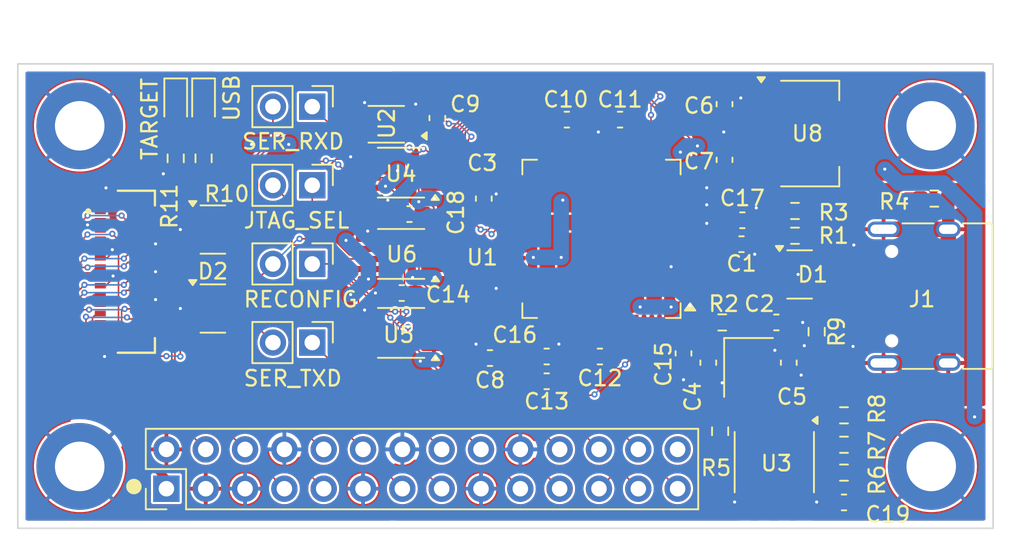
<source format=kicad_pcb>
(kicad_pcb (version 20240108) (generator "pcbnew") (generator_version "8.0")
  (title_block (title "UnIC") (date "2024-05-02") (rev "1.0") (company "Modular Circuits"))
  (layers (0 "F.Cu" signal) (31 "B.Cu" signal) (34 "B.Paste" user) (35 "F.Paste" user) (36 "B.SilkS" user "B.Silkscreen") (37 "F.SilkS" user "F.Silkscreen") (38 "B.Mask" user) (39 "F.Mask" user) (44 "Edge.Cuts" user))
  (net 0 "")
  (net 1 "GND")
  (net 2 "Net-(U1-VPLL)")
  (net 3 "Net-(U1-VPHY)")
  (net 4 "VCORE")
  (net 5 "VCC")
  (net 6 "VBUS")
  (net 8 "/JTAG_TCK")
  (net 9 "/JTAG_SEL_N")
  (net 10 "/RECONFIG_N")
  (net 11 "/JTAG_TDI")
  (net 12 "/JTAG_TMS")
  (net 13 "/JTAG_TDO")
  (net 14 "/SER_RXD")
  (net 15 "/SER_TXD")
  (net 16 "Net-(JP1-A)")
  (net 17 "Net-(JP2-A)")
  (net 18 "Net-(JP3-A)")
  (net 19 "Net-(JP4-A)")
  (net 20 "/IO5A")
  (net 21 "/IO2B")
  (net 22 "/IO5B")
  (net 23 "/IO1A")
  (net 24 "/IO3B")
  (net 25 "/IO1B")
  (net 26 "/IO2A")
  (net 27 "+5V")
  (net 28 "/IO4A")
  (net 29 "/IO4B")
  (net 30 "/IO3A")
  (net 31 "Net-(U1-~{RESET})")
  (net 32 "Net-(U3-DO)")
  (net 33 "Net-(U1-EEDATA)")
  (net 34 "Net-(U1-EECLK)")
  (net 35 "Net-(U1-EECS)")
  (net 36 "Net-(U1-REF)")
  (net 39 "/FT_JTAG_TMS")
  (net 40 "/FT_JTAG_EN_N")
  (net 42 "/FT_JTAG_TCK")
  (net 48 "Net-(U1-OSCI)")
  (net 50 "/FT_JTAG_SEL_N")
  (net 52 "/FT_SER_TXD")
  (net 56 "/FT_SER_RXD")
  (net 61 "/FT_JTAG_TDI")
  (net 63 "/FT_JTAG_TDO")
  (net 66 "Net-(U1-OSCO)")
  (net 70 "/FT_RECONFIG_N")
  (net 73 "VIO")
  (net 76 "Net-(U1-DM)")
  (net 77 "Net-(U1-DP)")
  (net 80 "Net-(D4-A)")
  (net 81 "Net-(D5-A)")
  (net 82 "/SHIELD")
  (footprint "Capacitor_SMD:C_0603_1608Metric_Pad1.08x0.95mm_HandSolder" (layer "F.Cu") (at 74.1625 38.9)
    (property "Reference" "C16")
    (property "Value" "3.3u")
  )
  (footprint "Resistor_SMD:R_0603_1608Metric_Pad0.98x0.95mm_HandSolder" (layer "F.Cu") (at 93.365 46.4 180)
    (property "Reference" "R6")
    (property "Value" "10k")
  )
  (footprint "Resistor_SMD:R_0603_1608Metric_Pad0.98x0.95mm_HandSolder" (layer "F.Cu") (at 93.365 42.7 180)
    (property "Reference" "R8")
    (property "Value" "10k")
  )
  (footprint "Connector_PinHeader_2.54mm:PinHeader_1x02_P2.54mm_Vertical" (layer "F.Cu") (at 59.02 27.84 -90)
    (property "Reference" "JP4" (hide yes))
    (property "Value" "Jumper_2_Bridged")
  )
  (footprint "Capacitor_SMD:C_0603_1608Metric_Pad1.08x0.95mm_HandSolder" (layer "F.Cu") (at 75.4625 23.6)
    (property "Reference" "C10")
    (property "Value" "3.3u")
  )
  (footprint "Capacitor_SMD:C_0603_1608Metric_Pad1.08x0.95mm_HandSolder" (layer "F.Cu") (at 67.1 23.5 90)
    (property "Reference" "C9")
    (property "Value" "3.3u")
  )
  (footprint "Capacitor_SMD:C_0603_1608Metric_Pad1.08x0.95mm_HandSolder" (layer "F.Cu") (at 84.6 39.3 -90)
    (property "Reference" "C4")
    (property "Value" "15p")
  )
  (footprint "Capacitor_SMD:C_0603_1608Metric_Pad1.08x0.95mm_HandSolder" (layer "F.Cu") (at 85.65 26.2 90)
    (property "Reference" "C7")
    (property "Value" "3.3u")
  )
  (footprint "Connector_PinHeader_2.54mm:PinHeader_2x14_P2.54mm_Vertical" (layer "F.Cu") (at 49.6 47.44 90)
    (property "Reference" "J_EXT2" (hide yes))
    (property "Value" "Conn_01x27")
  )
  (footprint "Capacitor_SMD:C_0603_1608Metric_Pad1.08x0.95mm_HandSolder" (layer "F.Cu") (at 74.1625 40.5)
    (property "Reference" "C13")
    (property "Value" "3.3u")
  )
  (footprint "Resistor_SMD:R_0603_1608Metric_Pad0.98x0.95mm_HandSolder" (layer "F.Cu") (at 90.2 29.5 180)
    (property "Reference" "R3")
    (property "Value" "10k")
  )
  (footprint "Package_TO_SOT_SMD:SOT-23-5" (layer "F.Cu") (at 52.6 30.7)
    (property "Reference" "D3" (hide yes))
    (property "Value" "ESDA5V3SC5")
  )
  (footprint "LED_SMD:LED_0603_1608Metric_Pad1.05x0.95mm_HandSolder" (layer "F.Cu") (at 50.2 22.6 -90)
    (property "Reference" "D5" (hide yes))
    (property "Value" "LED")
  )
  (footprint "MountingHole:MountingHole_3.2mm_M3_DIN965_Pad" (layer "F.Cu") (at 99 24)
    (property "Reference" "H3" (hide yes))
    (property "Value" "MountingHole")
  )
  (footprint "UNIC:Molex_502598-2793_2Rows-23P~0.60mm_Horizontal" (layer "F.Cu") (at 46.952384 33.424999 -90)
    (property "Reference" "J_EXT1" (hide yes))
    (property "Value" "Conn_01x27_MountingPin" (hide yes))
  )
  (footprint "Package_TO_SOT_SMD:SOT-223-3_TabPin2" (layer "F.Cu") (at 91.15 24.5)
    (property "Reference" "U8")
    (property "Value" "AMS1117-3.3")
  )
  (footprint "Resistor_SMD:R_0603_1608Metric_Pad0.98x0.95mm_HandSolder" (layer "F.Cu") (at 91.6 37.3 -90)
    (property "Reference" "R9")
    (property "Value" "12k")
  )
  (footprint "Package_TO_SOT_SMD:SOT-23-5" (layer "F.Cu") (at 90.5 33.6)
    (property "Reference" "D1")
    (property "Value" "ESDA5V3SC5")
  )
  (footprint "Resistor_SMD:R_0603_1608Metric_Pad0.98x0.95mm_HandSolder" (layer "F.Cu") (at 99.2 28.7 180)
    (property "Reference" "R4")
    (property "Value" "0")
  )
  (footprint "Package_TO_SOT_SMD:SOT-23-5" (layer "F.Cu") (at 52.6 35.8)
    (property "Reference" "D2")
    (property "Value" "ESDA5V3SC5")
  )
  (footprint "Resistor_SMD:R_0603_1608Metric_Pad0.98x0.95mm_HandSolder" (layer "F.Cu") (at 93.365 44.6 180)
    (property "Reference" "R7")
    (property "Value" "10k")
  )
  (footprint "Package_SO:MSOP-8_3x3mm_P0.65mm" (layer "F.Cu") (at 64.7625 37.375 180)
    (property "Reference" "U5")
    (property "Value" "NLSV2T244DM")
  )
  (footprint "Resistor_SMD:R_0603_1608Metric_Pad0.98x0.95mm_HandSolder" (layer "F.Cu") (at 85.5 36.7)
    (property "Reference" "R2")
    (property "Value" "0")
  )
  (footprint "Connector_PinHeader_2.54mm:PinHeader_1x02_P2.54mm_Vertical" (layer "F.Cu") (at 59.02 32.92 -90)
    (property "Reference" "JP1" (hide yes))
    (property "Value" "Jumper_2_Bridged")
  )
  (footprint "Capacitor_SMD:C_0603_1608Metric_Pad1.08x0.95mm_HandSolder" (layer "F.Cu") (at 77.6 38.9 180)
    (property "Reference" "C12")
    (property "Value" "3.3u")
  )
  (footprint "Package_SO:MSOP-8_3x3mm_P0.65mm" (layer "F.Cu") (at 64.75 27.025 180)
    (property "Reference" "U4")
    (property "Value" "NLSV2T244DM")
  )
  (footprint "Resistor_SMD:R_0603_1608Metric_Pad0.98x0.95mm_HandSolder" (layer "F.Cu") (at 52 26.1 -90)
    (property "Reference" "R10")
    (property "Value" "220")
  )
  (footprint "Capacitor_SMD:C_0603_1608Metric_Pad1.08x0.95mm_HandSolder" (layer "F.Cu") (at 89 36.7)
    (property "Reference" "C2")
    (property "Value" "3.3u")
  )
  (footprint "MountingHole:MountingHole_3.2mm_M3_DIN965_Pad" (layer "F.Cu") (at 44 46)
    (property "Reference" "H1" (hide yes))
    (property "Value" "MountingHole")
  )
  (footprint "Resistor_SMD:R_0603_1608Metric_Pad0.98x0.95mm_HandSolder" (layer "F.Cu") (at 90.2 31.1 180)
    (property "Reference" "R1")
    (property "Value" "0")
  )
  (footprint "UNIC:Oscillator_SMD_Abracon_ASE-4Pin_3.2x2.5mm" (layer "F.Cu") (at 87.2 39.60791 -90)
    (property "Reference" "Y1" (hide yes))
    (property "Value" "12MHz")
  )
  (footprint "Package_SO:MSOP-8_3x3mm_P0.65mm" (layer "F.Cu") (at 64.7625 32.275 180)
    (property "Reference" "U6")
    (property "Value" "NLSV2T244DM")
  )
  (footprint "Connector_USB:USB_C_Receptacle_HRO_TYPE-C-31-M-12" (layer "F.Cu") (at 99.05 35 90)
    (property "Reference" "J1")
    (property "Value" "USB_C_Receptacle_USB2.0_14P")
  )
  (footprint "Connector_PinHeader_2.54mm:PinHeader_1x02_P2.54mm_Vertical" (layer "F.Cu") (at 59.02 38 -90)
    (property "Reference" "JP3" (hide yes))
    (property "Value" "Jumper_2_Bridged")
  )
  (footprint "LED_SMD:LED_0603_1608Metric_Pad1.05x0.95mm_HandSolder" (layer "F.Cu") (at 52 22.6 -90)
    (property "Reference" "D4" (hide yes))
    (property "Value" "LED")
  )
  (footprint "MountingHole:MountingHole_3.2mm_M3_DIN965_Pad" (layer "F.Cu") (at 44 24)
    (property "Reference" "H4" (hide yes))
    (property "Value" "MountingHole")
  )
  (footprint "Resistor_SMD:R_0603_1608Metric_Pad0.98x0.95mm_HandSolder" (layer "F.Cu") (at 50.2 26.1 -90)
    (property "Reference" "R11")
    (property "Value" "220")
  )
  (footprint "Capacitor_SMD:C_0603_1608Metric_Pad1.08x0.95mm_HandSolder" (layer "F.Cu") (at 85.65 22.6 -90)
    (property "Reference" "C6")
    (property "Value" "3.3u")
  )
  (footprint "Capacitor_SMD:C_0603_1608Metric_Pad1.08x0.95mm_HandSolder" (layer "F.Cu") (at 70.1 28.7 90)
    (property "Reference" "C3")
    (property "Value" "3.3u")
  )
  (footprint "Package_SO:VSSOP-8_2.3x2mm_P0.5mm" (layer "F.Cu") (at 63.8 23.9 180)
    (property "Reference" "U2")
    (property "Value" "74LVC2T45DC")
  )
  (footprint "Capacitor_SMD:C_0603_1608Metric_Pad1.08x0.95mm_HandSolder" (layer "F.Cu") (at 83 38.7 -90)
    (property "Reference" "C15")
    (property "Value" "3.3u")
  )
  (footprint "Connector_PinHeader_2.54mm:PinHeader_1x02_P2.54mm_Vertical" (layer "F.Cu") (at 59.02 22.76 -90)
    (property "Reference" "JP2" (hide yes))
    (property "Value" "Jumper_2_Bridged")
  )
  (footprint "Capacitor_SMD:C_0603_1608Metric_Pad1.08x0.95mm_HandSolder" (layer "F.Cu") (at 86.74541 31.64541)
    (property "Reference" "C1")
    (property "Value" "3.3u")
  )
  (footprint "Package_QFP:LQFP-64_10x10mm_P0.5mm" (layer "F.Cu") (at 77.7 31.3 180)
    (property "Reference" "U1")
    (property "Value" "FT2232HL")
  )
  (footprint "Capacitor_SMD:C_0603_1608Metric_Pad1.08x0.95mm_HandSolder" (layer "F.Cu") (at 64.8 34.8 180)
    (property "Reference" "C14")
    (property "Value" "3.3u")
  )
  (footprint "Package_SO:SO-8_3.9x4.9mm_P1.27mm" (layer "F.Cu") (at 88.865 45.725 -90)
    (property "Reference" "U3")
    (property "Value" "93CxxA")
  )
  (footprint "Capacitor_SMD:C_0603_1608Metric_Pad1.08x0.95mm_HandSolder" (layer "F.Cu") (at 78.9 23.6 180)
    (property "Reference" "C11")
    (property "Value" "3.3u")
  )
  (footprint "Capacitor_SMD:C_0603_1608Metric_Pad1.08x0.95mm_HandSolder" (layer "F.Cu") (at 65.3 29.7 180)
    (property "Reference" "C18")
    (property "Value" "3.3u")
  )
  (footprint "Resistor_SMD:R_0603_1608Metric_Pad0.98x0.95mm_HandSolder" (layer "F.Cu") (at 85.365 43.725 -90)
    (property "Reference" "R5")
    (property "Value" "2.2k")
  )
  (footprint "Capacitor_SMD:C_0603_1608Metric_Pad1.08x0.95mm_HandSolder" (layer "F.Cu") (at 70.5 39 180)
    (property "Reference" "C8")
    (property "Value" "3.3u")
  )
  (footprint "Capacitor_SMD:C_0603_1608Metric_Pad1.08x0.95mm_HandSolder" (layer "F.Cu") (at 93.365 48.325 180)
    (property "Reference" "C19")
    (property "Value" "3.3u")
  )
  (footprint "MountingHole:MountingHole_3.2mm_M3_DIN965_Pad" (layer "F.Cu") (at 99 46)
    (property "Reference" "H2" (hide yes))
    (property "Value" "MountingHole")
  )
  (footprint "Capacitor_SMD:C_0603_1608Metric_Pad1.08x0.95mm_HandSolder" (layer "F.Cu") (at 86.8 30.1)
    (property "Reference" "C17")
    (property "Value" "3.3u")
  )
  (footprint "Capacitor_SMD:C_0603_1608Metric_Pad1.08x0.95mm_HandSolder" (layer "F.Cu") (at 89.8 39.3 -90)
    (property "Reference" "C5")
    (property "Value" "15p")
  )
  (gr_circle (center 47.5 47.3) (end 47.924264 47.3) (stroke (width 0.15)) (fill solid) (layer "F.SilkS"))
  (gr_rect (start 40 20) (end 103 50) (stroke (width 0.1)) (fill none) (layer "Edge.Cuts"))
  (gr_text "TARGET" (at 49.1 26.3 90) (layer "F.SilkS") (effects (font (size 1 1)) (justify left bottom)))
  (gr_text "SER_RXD" (at 54.4 25.6 0) (layer "F.SilkS") (effects (font (size 1 1)) (justify left bottom)))
  (gr_text "RECONFIG" (at 54.5 35.8 0) (layer "F.SilkS") (effects (font (size 1 1)) (justify left bottom)))
  (gr_text "JTAG_SEL" (at 54.5 30.7 0) (layer "F.SilkS") (effects (font (size 1 1)) (justify left bottom)))
  (gr_text "USB" (at 54.4 23.8 90) (layer "F.SilkS") (effects (font (size 1 1)) (justify left bottom)))
  (gr_text "SER_TXD" (at 54.5 40.9 0) (layer "F.SilkS") (effects (font (size 1 1)) (justify left bottom)))
  (segment (start 44.829994 30.724999) (end 44.504995 30.4) (width 0.1) (layer "F.Cu") (net 1))
  (segment (start 45.696684 28.549997) (end 45.696684 28.008311) (width 0.1) (layer "F.Cu") (net 1))
  (segment (start 75.025 40.5) (end 75.025 38.9) (width 0.1) (layer "F.Cu") (net 1))
  (segment (start 84.6 40.1625) (end 85.0625 40.1625) (width 0.1) (layer "F.Cu") (net 1))
  (segment (start 62.65 30.85) (end 62.6 30.8) (width 0.1) (layer "F.Cu") (net 1))
  (segment (start 83 39.5625) (end 83 40.4) (width 0.1) (layer "F.Cu") (net 1))
  (segment (start 62.65 36.4) (end 62.65 36.15) (width 0.1) (layer "F.Cu") (net 1))
  (segment (start 93.95 38.25) (end 95.005 38.25) (width 0.5) (layer "F.Cu") (net 1))
  (segment (start 84.25 30.55) (end 84.5 30.3) (width 0.1) (layer "F.Cu") (net 1))
  (segment (start 72.025 34.55) (end 70.95 34.55) (width 0.1) (layer "F.Cu") (net 1))
  (segment (start 48.9 35.225) (end 48.345005 35.225) (width 0.1) (layer "F.Cu") (net 1))
  (segment (start 45.679995 34.325) (end 45.329995 34.325) (width 0.1) (layer "F.Cu") (net 1))
  (segment (start 83.325 33.1) (end 83.375 33.05) (width 0.1) (layer "F.Cu") (net 1))
  (segment (start 65.7125 22.6375) (end 65.7 22.65) (width 0.1) (layer "F.Cu") (net 1))
  (segment (start 86.375 40.65791) (end 85.55791 40.65791) (width 0.1) (layer "F.Cu") (net 1))
  (segment (start 51.4625 30.7) (end 50.5 30.7) (width 0.1) (layer "F.Cu") (net 1))
  (segment (start 45.779997 32.524998) (end 45.329995 32.524998) (width 0.1) (layer "F.Cu") (net 1))
  (segment (start 45.696684 38.300001) (end 45.696684 38.808311) (width 0.1) (layer "F.Cu") (net 1))
  (segment (start 83.375 29.05) (end 84.45 29.05) (width 0.1) (layer "F.Cu") (net 1))
  (segment (start 65.7 22.65) (end 65.7 22.6) (width 0.1) (layer "F.Cu") (net 1))
  (segment (start 85.0625 40.1625) (end 85.5 40.6) (width 0.1) (layer "F.Cu") (net 1))
  (segment (start 83.375 28.05) (end 84.45 28.05) (width 0.1) (layer "F.Cu") (net 1))
  (segment (start 83.375 30.55) (end 84.25 30.55) (width 0.1) (layer "F.Cu") (net 1))
  (segment (start 76.325 23.6) (end 77.125 24.4) (width 0.1) (layer "F.Cu") (net 1))
  (segment (start 87.60791 32.2875) (end 87.6 32.29541) (width 0.1) (layer "F.Cu") (net 1))
  (segment (start 84.25 30.05) (end 84.5 30.3) (width 0.1) (layer "F.Cu") (net 1))
  (segment (start 62.65 36.15) (end 62.4 35.9) (width 0.1) (layer "F.Cu") (net 1))
  (segment (start 61.5 26) (end 62.5875 26) (width 0.1) (layer "F.Cu") (net 1))
  (segment (start 62.5875 26) (end 62.6375 26.05) (width 0.1) (layer "F.Cu") (net 1))
  (segment (start 83.375 35.05) (end 83.375 35.575) (width 0.1) (layer "F.Cu") (net 1))
  (segment (start 82.2 33.1) (end 83.325 33.1) (width 0.1) (layer "F.Cu") (net 1))
  (segment (start 94.955 31.7) (end 95.005 31.75) (width 0.5) (layer "F.Cu") (net 1))
  (segment (start 77.125 24.4) (end 77.5 24.4) (width 0.1) (layer "F.Cu") (net 1))
  (segment (start 50.2 27.0125) (end 49.4875 27.0125) (width 0.1) (layer "F.Cu") (net 1))
  (segment (start 89.8625 36.7) (end 90.7 36.7) (width 0.1) (layer "F.Cu") (net 1))
  (segment (start 46.104995 32.2) (end 45.779997 32.524998) (width 0.1) (layer "F.Cu") (net 1))
  (segment (start 87.60791 31.64541) (end 87.60791 32.2875) (width 0.1) (layer "F.Cu") (net 1))
  (segment (start 78.0375 23.6) (end 78.0375 23.8625) (width 0.1) (layer "F.Cu") (net 1))
  (segment (start 84.45 28.05) (end 84.5 28) (width 0.1) (layer "F.Cu") (net 1))
  (segment (start 45.704995 28) (end 45.696684 28.008311) (width 0.1) (layer "F.Cu") (net 1))
  (segment (start 62.4 23.15) (end 62.4 22.5) (width 0.1) (layer "F.Cu") (net 1))
  (segment (start 85.65 24.45) (end 85.6 24.4) (width 0.1) (layer "F.Cu") (net 1))
  (segment (start 89.3625 33.6) (end 90.4 33.6) (width 0.1) (layer "F.Cu") (net 1))
  (segment (start 77.45 25.625) (end 77.45 24.45) (width 0.1) (layer "F.Cu") (net 1))
  (segment (start 76.7375 38.9) (end 75.025 38.9) (width 0.1) (layer "F.Cu") (net 1))
  (segment (start 46.154995 33.7) (end 46.154995 33.85) (width 0.1) (layer "F.Cu") (net 1))
  (segment (start 89.8 40.1625) (end 90.5375 40.1625) (width 0.1) (layer "F.Cu") (net 1))
  (segment (start 94 31.7) (end 94.955 31.7) (width 0.5) (layer "F.Cu") (net 1))
  (segment (start 91.625 48.325) (end 91.6 48.3) (width 0.1) (layer "F.Cu") (net 1))
  (segment (start 86.96 48.3) (end 86.3 48.3) (width 0.1) (layer "F.Cu") (net 1))
  (segment (start 70.3375 27.8375) (end 70.9 28.4) (width 0.1) (layer "F.Cu") (net 1))
  (segment (start 45.696684 38.808311) (end 45.604995 38.9) (width 0.1) (layer "F.Cu") (net 1))
  (segment (start 46.104995 32) (end 46.104995 32.2) (width 0.1) (layer "F.Cu") (net 1))
  (segment (start 85.55791 40.65791) (end 85.5 40.6) (width 0.1) (layer "F.Cu") (net 1))
  (segment (start 72.025 28.55) (end 71.05 28.55) (width 0.1) (layer "F.Cu") (net 1))
  (segment (start 62.65 31.3) (end 62.65 30.85) (width 0.1) (layer "F.Cu") (net 1))
  (segment (start 63.9 29.1625) (end 63.9 28.8) (width 0.1) (layer "F.Cu") (net 1))
  (segment (start 85.65 24.35) (end 85.6 24.4) (width 0.1) (layer "F.Cu") (net 1))
  (segment (start 49.4875 27.0125) (end 49.4 27.1) (width 0.1) (layer "F.Cu") (net 1))
  (segment (start 64.4375 29.7) (end 63.9 29.1625) (width 0.1) (layer "F.Cu") (net 1))
  (segment (start 70.1 27.8375) (end 70.3375 27.8375) (width 0.1) (layer "F.Cu") (net 1))
  (segment (start 87.6625 30.1) (end 87.6625 29.3375) (width 0.1) (layer "F.Cu") (net 1))
  (segment (start 88.84209 38.55791) (end 88.9 38.5) (width 0.1) (layer "F.Cu") (net 1))
  (segment (start 70.95 34.55) (end 70.9 34.5) (width 0.1) (layer "F.Cu") (net 1))
  (segment (start 98.2875 28.7) (end 97.4 28.7) (width 0.8) (layer "F.Cu") (net 1))
  (segment (start 85.65 25.3375) (end 85.65 24.45) (width 0.1) (layer "F.Cu") (net 1))
  (segment (start 83.375 35.575) (end 83.4 35.6) (width 0.1) (layer "F.Cu") (net 1))
  (segment (start 65.7 22.6) (end 65.75 22.6) (width 0.1) (layer "F.Cu") (net 1))
  (segment (start 92.5025 48.325) (end 91.625 48.325) (width 0.1) (layer "F.Cu") (net 1))
  (segment (start 90.8125 38.2125) (end 90.8 38.2) (width 0.1) (layer "F.Cu") (net 1))
  (segment (start 91.6 38.2125) (end 90.8125 38.2125) (width 0.1) (layer "F.Cu") (net 1))
  (segment (start 90.5375 40.1625) (end 90.6 40.1) (width 0.1) (layer "F.Cu") (net 1))
  (segment (start 69.6375 38.1375) (end 69.6 38.1) (width 0.1) (layer "F.Cu") (net 1))
  (segment (start 46.154995 33.85) (end 45.679995 34.325) (width 0.1) (layer "F.Cu") (net 1))
  (segment (start 74.95 36.975) (end 74.95 38.825) (width 0.1) (layer "F.Cu") (net 1))
  (segment (start 88 22.2) (end 86.7 22.2) (width 0.1) (layer "F.Cu") (net 1))
  (segment (start 83.375 30.05) (end 84.25 30.05) (width 0.1) (layer "F.Cu") (net 1))
  (segment (start 45.329995 30.724999) (end 44.829994 30.724999) (width 0.1) (layer "F.Cu") (net 1))
  (segment (start 48.9 31.625) (end 48.345005 31.625) (width 0.1) (layer "F.Cu") (net 1))
  (segment (start 69.6375 39) (end 69.6375 38.1375) (width 0.1) (layer "F.Cu") (net 1))
  (segment (start 87.6625 29.3375) (end 87.7 29.3) (width 0.1) (layer "F.Cu") (net 1))
  (segment (start 48.9 33.424999) (end 48.345005 33.424999) (width 0.1) (layer "F.Cu") (net 1))
  (segment (start 84.45 29.05) (end 84.5 29.1) (width 0.1) (layer "F.Cu") (net 1))
  (segment (start 78.0375 23.8625) (end 77.5 24.4) (width 0.1) (layer "F.Cu") (net 1))
  (segment (start 67.1 22.6375) (end 65.7125 22.6375) (width 0.1) (layer "F.Cu") (net 1))
  (segment (start 88.025 38.55791) (end 88.84209 38.55791) (width 0.1) (layer "F.Cu") (net 1))
  (segment (start 77.45 24.45) (end 77.5 24.4) (width 0.1) (layer "F.Cu") (net 1))
  (segment (start 74.95 38.825) (end 75.025 38.9) (width 0.1) (layer "F.Cu") (net 1))
  (segment (start 85.65 23.4625) (end 85.65 24.35) (width 0.1) (layer "F.Cu") (net 1))
  (segment (start 65.75 22.6) (end 65.2 23.15) (width 0.1) (layer "F.Cu") (net 1))
  (segment (start 63.9375 34.8) (end 63.1 34.8) (width 0.1) (layer "F.Cu") (net 1))
  (segment (start 51.4625 35.8) (end 50.5 35.8) (width 0.1) (layer "F.Cu") (net 1))
  (segment (start 71.05 28.55) (end 70.9 28.4) (width 0.1) (layer "F.Cu") (net 1))
  (via (at 69.6 38.1) (size 0.4) (drill 0.2) (layers "F.Cu" "B.Cu") (net 1))
  (via (at 93.95 38.25) (size 0.4) (drill 0.2) (layers "F.Cu" "B.Cu") (net 1))
  (via (at 87.6 32.29541) (size 0.4) (drill 0.2) (layers "F.Cu" "B.Cu") (net 1))
  (via (at 49.4 27.1) (size 0.4) (drill 0.2) (layers "F.Cu" "B.Cu") (net 1))
  (via (at 85.5 40.6) (size 0.4) (drill 0.2) (layers "F.Cu" "B.Cu") (net 1))
  (via (at 65.7 22.6) (size 0.4) (drill 0.2) (layers "F.Cu" "B.Cu") (net 1))
  (via (at 46.104995 32) (size 0.4) (drill 0.2) (layers "F.Cu" "B.Cu") (net 1))
  (via (at 84.5 29.1) (size 0.4) (drill 0.2) (layers "F.Cu" "B.Cu") (net 1))
  (via (at 63.1 34.8) (size 0.4) (drill 0.2) (layers "F.Cu" "B.Cu") (net 1))
  (via (at 70.9 28.4) (size 0.4) (drill 0.2) (layers "F.Cu" "B.Cu") (net 1))
  (via (at 62.4 35.9) (size 0.4) (drill 0.2) (layers "F.Cu" "B.Cu") (net 1))
  (via (at 88.9 38.5) (size 0.4) (drill 0.2) (layers "F.Cu" "B.Cu") (net 1))
  (via (at 61.5 26) (size 0.4) (drill 0.2) (layers "F.Cu" "B.Cu") (net 1))
  (via (at 74.95 38.1) (size 0.4) (drill 0.2) (layers "F.Cu" "B.Cu") (net 1))
  (via (at 48.9 35.225) (size 0.4) (drill 0.2) (layers "F.Cu" "B.Cu") (net 1))
  (via (at 44.504995 30.4) (size 0.4) (drill 0.2) (layers "F.Cu" "B.Cu") (net 1))
  (via (at 85.6 24.4) (size 0.4) (drill 0.2) (layers "F.Cu" "B.Cu") (net 1))
  (via (at 62.6 30.8) (size 0.4) (drill 0.2) (layers "F.Cu" "B.Cu") (net 1))
  (via (at 45.696684 28.008311) (size 0.4) (drill 0.2) (layers "F.Cu" "B.Cu") (net 1))
  (via (at 82.2 33.1) (size 0.4) (drill 0.2) (layers "F.Cu" "B.Cu") (net 1))
  (via (at 50.5 30.7) (size 0.4) (drill 0.2) (layers "F.Cu" "B.Cu") (net 1))
  (via (at 50.5 35.8) (size 0.4) (drill 0.2) (layers "F.Cu" "B.Cu") (net 1))
  (via (at 48.9 31.625) (size 0.4) (drill 0.2) (layers "F.Cu" "B.Cu") (net 1))
  (via (at 77.5 24.4) (size 0.4) (drill 0.2) (layers "F.Cu" "B.Cu") (net 1))
  (via (at 48.9 33.424999) (size 0.4) (drill 0.2) (layers "F.Cu" "B.Cu") (net 1))
  (via (at 97.4 28.7) (size 0.4) (drill 0.2) (layers "F.Cu" "B.Cu") (net 1))
  (via (at 83 40.4) (size 0.4) (drill 0.2) (layers "F.Cu" "B.Cu") (net 1))
  (via (at 90.6 40.1) (size 0.4) (drill 0.2) (layers "F.Cu" "B.Cu") (net 1))
  (via (at 70.9 34.5) (size 0.4) (drill 0.2) (layers "F.Cu" "B.Cu") (net 1))
  (via (at 46.154995 33.7) (size 0.4) (drill 0.2) (layers "F.Cu" "B.Cu") (net 1))
  (via (at 90.8 38.2) (size 0.4) (drill 0.2) (layers "F.Cu" "B.Cu") (net 1))
  (via (at 90.7 36.7) (size 0.4) (drill 0.2) (layers "F.Cu" "B.Cu") (net 1))
  (via (at 63.9 28.8) (size 0.4) (drill 0.2) (layers "F.Cu" "B.Cu") (net 1))
  (via (at 91.6 48.3) (size 0.4) (drill 0.2) (layers "F.Cu" "B.Cu") (net 1))
  (via (at 83.4 35.6) (size 0.4) (drill 0.2) (layers "F.Cu" "B.Cu") (net 1))
  (via (at 94 31.7) (size 0.4) (drill 0.2) (layers "F.Cu" "B.Cu") (net 1))
  (via (at 87.7 29.3) (size 0.4) (drill 0.2) (layers "F.Cu" "B.Cu") (net 1))
  (via (at 86.7 22.2) (size 0.4) (drill 0.2) (layers "F.Cu" "B.Cu") (net 1))
  (via (at 90.4 33.6) (size 0.4) (drill 0.2) (layers "F.Cu" "B.Cu") (net 1))
  (via (at 84.5 28) (size 0.4) (drill 0.2) (layers "F.Cu" "B.Cu") (net 1))
  (via (at 84.5 30.3) (size 0.4) (drill 0.2) (layers "F.Cu" "B.Cu") (net 1))
  (via (at 62.4 22.5) (size 0.4) (drill 0.2) (layers "F.Cu" "B.Cu") (net 1))
  (via (at 86.3 48.3) (size 0.4) (drill 0.2) (layers "F.Cu" "B.Cu") (net 1))
  (via (at 45.604995 38.9) (size 0.4) (drill 0.2) (layers "F.Cu" "B.Cu") (net 1))
  (segment (start 85.88291 31.64541) (end 86.50791 31.02041) (width 0.1) (layer "F.Cu") (net 2))
  (segment (start 83.375 31.05) (end 85.2875 31.05) (width 0.1) (layer "F.Cu") (net 2))
  (segment (start 85.2875 31.05) (end 85.88291 31.64541) (width 0.1) (layer "F.Cu") (net 2))
  (segment (start 86.50791 31.02041) (end 89.20791 31.02041) (width 0.1) (layer "F.Cu") (net 2))
  (segment (start 89.20791 31.02041) (end 89.2875 31.1) (width 0.1) (layer "F.Cu") (net 2))
  (segment (start 86.4125 35.9125) (end 86.4125 36.7) (width 0.1) (layer "F.Cu") (net 3))
  (segment (start 83.375 33.55) (end 84.05 33.55) (width 0.1) (layer "F.Cu") (net 3))
  (segment (start 86.4125 36.7) (end 88.1375 36.7) (width 0.1) (layer "F.Cu") (net 3))
  (segment (start 84.05 33.55) (end 86.4125 35.9125) (width 0.1) (layer "F.Cu") (net 3))
  (segment (start 73.95 36.975) (end 73.95 38.25) (width 0.1) (layer "F.Cu") (net 4))
  (segment (start 83.375 29.55) (end 85.3875 29.55) (width 0.1) (layer "F.Cu") (net 4))
  (segment (start 73.65 29.95) (end 73.25 29.55) (width 0.1) (layer "F.Cu") (net 4))
  (segment (start 81.45 35.45) (end 81.1 35.1) (width 0.1) (layer "F.Cu") (net 4))
  (segment (start 73.25 29.55) (end 72.025 29.55) (width 0.1) (layer "F.Cu") (net 4))
  (segment (start 81.699999 29.55) (end 80.999999 30.25) (width 0.1) (layer "F.Cu") (net 4))
  (segment (start 81.45 36.975) (end 81.45 35.45) (width 0.1) (layer "F.Cu") (net 4))
  (segment (start 85.3875 29.55) (end 85.9375 30.1) (width 0.1) (layer "F.Cu") (net 4))
  (segment (start 74.2 30.5) (end 73.95 30.25) (width 1) (layer "F.Cu") (net 4))
  (segment (start 73.95 35.15) (end 74.2 34.9) (width 1) (layer "F.Cu") (net 4))
  (segment (start 73.95 30.25) (end 80.5 30.25) (width 1) (layer "F.Cu") (net 4))
  (segment (start 72.0125 29.5625) (end 72.025 29.55) (width 0.1) (layer "F.Cu") (net 4))
  (segment (start 73.95 38.25) (end 73.3 38.9) (width 0.1) (layer "F.Cu") (net 4))
  (segment (start 82.600001 29.55) (end 81.699999 29.55) (width 0.1) (layer "F.Cu") (net 4))
  (segment (start 82.1375 36.975) (end 83 37.8375) (width 0.1) (layer "F.Cu") (net 4))
  (segment (start 81.1 30.85) (end 81.1 35.1) (width 1) (layer "F.Cu") (net 4))
  (segment (start 80.5 30.25) (end 81.1 30.85) (width 1) (layer "F.Cu") (net 4))
  (segment (start 73.95 36.975) (end 73.95 35.15) (width 0.1) (layer "F.Cu") (net 4))
  (segment (start 81.45 36.975) (end 82.1375 36.975) (width 0.1) (layer "F.Cu") (net 4))
  (segment (start 70.1 29.5625) (end 72.0125 29.5625) (width 0.1) (layer "F.Cu") (net 4))
  (segment (start 73.95 30.25) (end 73.65 29.95) (width 1) (layer "F.Cu") (net 4))
  (segment (start 74.2 34.9) (end 74.2 30.5) (width 1) (layer "F.Cu") (net 4))
  (segment (start 65.6625 36.517159) (end 65.6625 34.8) (width 0.1) (layer "F.Cu") (net 5))
  (segment (start 72.85 32.05) (end 72.025 32.05) (width 0.1) (layer "F.Cu") (net 5))
  (segment (start 73.3 40.4) (end 73.3 40.5) (width 0.1) (layer "F.Cu") (net 5))
  (segment (start 65.9 28.9) (end 65.7 28.7) (width 0.1) (layer "F.Cu") (net 5))
  (segment (start 52.925 20.8) (end 52 21.725) (width 0.1) (layer "F.Cu") (net 5))
  (segment (start 85.65 21.7375) (end 85.65 22.15) (width 0.1) (layer "F.Cu") (net 5))
  (segment (start 91.1125 31.1) (end 91.1125 29.5) (width 0.1) (layer "F.Cu") (net 5))
  (segment (start 65.6625 33.9625) (end 65.6625 34.8) (width 0.1) (layer "F.Cu") (net 5))
  (segment (start 66.875 33.775) (end 66.9 33.8) (width 0.1) (layer "F.Cu") (net 5))
  (segment (start 64.1 20.8) (end 52.925 20.8) (width 0.1) (layer "F.Cu") (net 5))
  (segment (start 75.1 31.5) (end 75.1 32.5) (width 0.1) (layer "F.Cu") (net 5))
  (segment (start 66 39.2) (end 65.5625 38.7625) (width 0.1) (layer "F.Cu") (net 5))
  (segment (start 65.5625 38.7625) (end 65.5625 36.617159) (width 0.1) (layer "F.Cu") (net 5))
  (segment (start 66.875 33.25) (end 66.875 33.775) (width 0.1) (layer "F.Cu") (net 5))
  (segment (start 65.5625 36.617159) (end 65.6625 36.517159) (width 0.1) (layer "F.Cu") (net 5))
  (segment (start 65.5625 33.7375) (end 65.5625 30.3) (width 0.1) (layer "F.Cu") (net 5))
  (segment (start 73.3 32.5) (end 72.85 32.05) (width 0.1) (layer "F.Cu") (net 5))
  (segment (start 64.2 20.9) (end 64.1 20.8) (width 0.1) (layer "F.Cu") (net 5))
  (segment (start 66.8625 28.6625) (end 66.8625 28) (width 0.1) (layer "F.Cu") (net 5))
  (segment (start 64.575001 24.65) (end 64.2 24.274999) (width 0.1) (layer "F.Cu") (net 5))
  (segment (start 65.5625 30.3) (end 66.1625 29.7) (width 0.1) (layer "F.Cu") (net 5))
  (segment (start 65.5 33.8) (end 65.6625 33.9625) (width 0.1) (layer "F.Cu") (net 5))
  (segment (start 74.45 23.75) (end 74.6 23.6) (width 0.1) (layer "F.Cu") (net 5))
  (segment (start 66.9 28.7) (end 66.8625 28.6625) (width 0.1) (layer "F.Cu") (net 5))
  (segment (start 66.875 38.875) (end 67 39) (width 0.1) (layer "F.Cu") (net 5))
  (segment (start 65.7 28.7) (end 65.7 25.15) (width 0.1) (layer "F.Cu") (net 5))
  (segment (start 75.2 28.8) (end 75.3 28.9) (width 0.1) (layer "F.Cu") (net 5))
  (segment (start 65.2 24.65) (end 64.575001 24.65) (width 0.1) (layer "F.Cu") (net 5))
  (segment (start 66.1625 29.1625) (end 66.1625 29.7) (width 0.1) (layer "F.Cu") (net 5))
  (segment (start 66.8125 24.65) (end 67.1 24.3625) (width 0.1) (layer "F.Cu") (net 5))
  (segment (start 65.9 28.9) (end 66.1625 29.1625) (width 0.1) (layer "F.Cu") (net 5))
  (segment (start 79.95 23.7875) (end 79.7625 23.6) (width 0.1) (layer "F.Cu") (net 5))
  (segment (start 65.2 24.65) (end 66.8125 24.65) (width 0.1) (layer "F.Cu") (net 5))
  (segment (start 65.7 25.15) (end 65.2 24.65) (width 0.1) (layer "F.Cu") (net 5))
  (segment (start 65.5 33.8) (end 65.5625 33.7375) (width 0.1) (layer "F.Cu") (net 5))
  (segment (start 94.2275 48.325) (end 94.2275 48.275) (width 0.1) (layer "F.Cu") (net 5))
  (segment (start 101.7 42.7) (end 101.8 42.8) (width 0.1) (layer "F.Cu") (net 5))
  (segment (start 64.2 24.274999) (end 64.2 20.9) (width 0.1) (layer "F.Cu") (net 5))
  (via (at 75.1 32.5) (size 0.4) (drill 0.2) (layers "F.Cu" "B.Cu") (net 5))
  (via (at 66 39.2) (size 0.4) (drill 0.2) (layers "F.Cu" "B.Cu") (net 5))
  (via (at 83.9 25.3) (size 0.4) (drill 0.2) (layers "F.Cu" "B.Cu") (net 5))
  (via (at 66.9 33.8) (size 0.4) (drill 0.2) (layers "F.Cu" "B.Cu") (net 5))
  (via (at 65.5 33.8) (size 0.4) (drill 0.2) (layers "F.Cu" "B.Cu") (net 5))
  (via (at 82.2 35.7) (size 0.4) (drill 0.2) (layers "F.Cu" "B.Cu") (net 5))
  (via (at 96 26.8) (size 0.4) (drill 0.2) (layers "F.Cu" "B.Cu") (net 5))
  (via (at 67 39) (size 0.4) (drill 0.2) (layers "F.Cu" "B.Cu") (net 5))
  (via (at 66.9 28.7) (size 0.4) (drill 0.2) (layers "F.Cu" "B.Cu") (net 5))
  (via (at 101.8 42.8) (size 0.4) (drill 0.2) (layers "F.Cu" "B.Cu") (net 5))
  (via (at 65.9 28.9) (size 0.4) (drill 0.2) (layers "F.Cu" "B.Cu") (net 5))
  (via (at 75.2 28.8) (size 0.4) (drill 0.2) (layers "F.Cu" "B.Cu") (net 5))
  (via (at 82.8 25.7) (size 0.4) (drill 0.2) (layers "F.Cu" "B.Cu") (net 5))
  (via (at 80.2 35.7) (size 0.4) (drill 0.2) (layers "F.Cu" "B.Cu") (net 5))
  (via (at 73.3 32.5) (size 0.4) (drill 0.2) (layers "F.Cu" "B.Cu") (net 5))
  (segment (start 73.3 32.5) (end 75.1 32.5) (width 1) (layer "B.Cu") (net 5))
  (segment (start 66.9 33.8) (end 65.5 33.8) (width 1) (layer "B.Cu") (net 5))
  (segment (start 101.8 29.7) (end 99.8 27.7) (width 1) (layer "B.Cu") (net 5))
  (segment (start 65.9 28.9) (end 66.1 28.7) (width 1) (layer "B.Cu") (net 5))
  (segment (start 75.1 28.9) (end 75.1 32.5) (width 1) (layer "B.Cu") (net 5))
  (segment (start 99.8 27.7) (end 96.9 27.7) (width 1) (layer "B.Cu") (net 5))
  (segment (start 80.2 35.7) (end 82.2 35.7) (width 1) (layer "B.Cu") (net 5))
  (segment (start 66.9 39.1) (end 66.1 39.1) (width 1) (layer "B.Cu") (net 5))
  (segment (start 101.8 42.8) (end 101.8 29.7) (width 1) (layer "B.Cu") (net 5))
  (segment (start 66.1 28.7) (end 66.9 28.7) (width 1) (layer "B.Cu") (net 5))
  (segment (start 82.8 25.7) (end 83.2 25.3) (width 1) (layer "B.Cu") (net 5))
  (segment (start 67 39) (end 66.9 39.1) (width 0.1) (layer "B.Cu") (net 5))
  (segment (start 83.2 25.3) (end 83.9 25.3) (width 1) (layer "B.Cu") (net 5))
  (segment (start 66.1 39.1) (end 66 39.2) (width 0.1) (layer "B.Cu") (net 5))
  (segment (start 96.9 27.7) (end 96 26.8) (width 1) (layer "B.Cu") (net 5))
  (segment (start 75.2 28.8) (end 75.1 28.9) (width 0.1) (layer "B.Cu") (net 5))
  (segment (start 96.9 33.7) (end 95.75 32.55) (width 0.5) (layer "F.Cu") (net 6))
  (segment (start 88 26.8) (end 86.8 26.8) (width 0.5) (layer "F.Cu") (net 6))
  (segment (start 95.9 37.45) (end 95.005 37.45) (width 0.5) (layer "F.Cu") (net 6))
  (segment (start 95.9 37.45) (end 96.9 36.45) (width 0.5) (layer "F.Cu") (net 6))
  (segment (start 91.2 26.8) (end 92.9 28.5) (width 1) (layer "F.Cu") (net 6))
  (segment (start 92.9 37.2) (end 93.15 37.45) (width 0.1) (layer "F.Cu") (net 6))
  (segment (start 86.8 26.8) (end 86.6 27) (width 0.5) (layer "F.Cu") (net 6))
  (segment (start 95.75 32.55) (end 95.005 32.55) (width 0.5) (layer "F.Cu") (net 6))
  (segment (start 93.3 32.55) (end 94.705 32.55) (width 0.5) (layer "F.Cu") (net 6))
  (segment (start 92.9 32.15) (end 93.3 32.55) (width 0.5) (layer "F.Cu") (net 6))
  (segment (start 92.9 35.8125) (end 92.9 37.2) (width 0.1) (layer "F.Cu") (net 6))
  (segment (start 96.9 36.45) (end 96.9 33.7) (width 0.5) (layer "F.Cu") (net 6))
  (segment (start 91.6375 34.55) (end 92.9 35.8125) (width 0.1) (layer "F.Cu") (net 6))
  (segment (start 93.15 37.45) (end 95.005 37.45) (width 0.1) (layer "F.Cu") (net 6))
  (segment (start 92.9 31.835) (end 92.9 32.15) (width 0.5) (layer "F.Cu") (net 6))
  (segment (start 85.7125 27) (end 85.65 27.0625) (width 0.1) (layer "F.Cu") (net 6))
  (segment (start 88 26.8) (end 91.2 26.8) (width 1) (layer "F.Cu") (net 6))
  (segment (start 92.9 28.5) (end 92.9 31.835) (width 1) (layer "F.Cu") (net 6))
  (segment (start 86.6 27) (end 85.7125 27) (width 0.5) (layer "F.Cu") (net 6))
  (segment (start 46.904995 35.824999) (end 46.854996 35.824999) (width 0.1) (layer "F.Cu") (net 8))
  (segment (start 48.7 37.875) (end 49.75 36.825) (width 0.1) (layer "F.Cu") (net 8))
  (segment (start 47.487837 37.875) (end 48.7 37.875) (width 0.1) (layer "F.Cu") (net 8))
  (segment (start 55.7 26.6) (end 55.48 26.82) (width 0.1) (layer "F.Cu") (net 8))
  (segment (start 60.555025 26.15) (end 60.105025 26.6) (width 0.1) (layer "F.Cu") (net 8))
  (segment (start 62.6375 26.7) (end 61.7 26.7) (width 0.1) (layer "F.Cu") (net 8))
  (segment (start 64.245684 40.634314) (end 63.71137 40.1) (width 0.1) (layer "F.Cu") (net 8))
  (segment (start 60.105025 26.6) (end 55.7 26.6) (width 0.1) (layer "F.Cu") (net 8))
  (segment (start 44.899099 39.8) (end 44.004995 38.905896) (width 0.1) (layer "F.Cu") (net 8))
  (segment (start 47.397456 39.8) (end 44.899099 39.8) (width 0.1) (layer "F.Cu") (net 8))
  (segment (start 49.75 36.825) (end 49.75 35.067157) (width 0.1) (layer "F.Cu") (net 8))
  (segment (start 63.71137 40.1) (end 47.697456 40.1) (width 0.1) (layer "F.Cu") (net 8))
  (segment (start 44.004995 38.905896) (end 44.004995 36.132105) (width 0.1) (layer "F.Cu") (net 8))
  (segment (start 47.697456 40.1) (end 47.397456 39.8) (width 0.1) (layer "F.Cu") (net 8))
  (segment (start 55.48 26.82) (end 55.48 29.9075) (width 0.1) (layer "F.Cu") (net 8))
  (segment (start 66.511371 42.9) (end 64.245684 40.634314) (width 0.1) (layer "F.Cu") (net 8))
  (segment (start 46.704995 35.975) (end 46.704995 37.092158) (width 0.1) (layer "F.Cu") (net 8))
  (segment (start 44.004995 36.132105) (end 44.2621 35.875) (width 0.1) (layer "F.Cu") (net 8))
  (segment (start 55.48 29.9075) (end 53.7375 31.65) (width 0.1) (layer "F.Cu") (net 8))
  (segment (start 46.854996 35.824999) (end 46.704995 35.975) (width 0.1) (layer "F.Cu") (net 8))
  (segment (start 46.704995 37.092158) (end 47.487837 37.875) (width 0.1) (layer "F.Cu") (net 8))
  (segment (start 49.75 35.067157) (end 53.167157 31.65) (width 0.1) (layer "F.Cu") (net 8))
  (segment (start 73 42.9) (end 66.511371 42.9) (width 0.1) (layer "F.Cu") (net 8))
  (segment (start 75 44.9) (end 73 42.9) (width 0.1) (layer "F.Cu") (net 8))
  (segment (start 48.345005 35.824999) (end 46.904995 35.824999) (width 0.1) (layer "F.Cu") (net 8))
  (segment (start 61.15 26.15) (end 60.555025 26.15) (width 0.1) (layer "F.Cu") (net 8))
  (segment (start 44.2621 35.875) (end 44.604995 35.875) (width 0.1) (layer "F.Cu") (net 8))
  (segment (start 53.167157 31.65) (end 53.7375 31.65) (width 0.1) (layer "F.Cu") (net 8))
  (segment (start 61.7 26.7) (end 61.15 26.15) (width 0.1) (layer "F.Cu") (net 8))
  (via (at 44.604995 35.875) (size 0.4) (drill 0.2) (layers "F.Cu" "B.Cu") (net 8))
  (via (at 46.904995 35.824999) (size 0.4) (drill 0.2) (layers "F.Cu" "B.Cu") (net 8))
  (segment (start 46.854994 35.875) (end 46.904995 35.824999) (width 0.1) (layer "B.Cu") (net 8))
  (segment (start 44.604995 35.875) (end 46.854994 35.875) (width 0.1) (layer "B.Cu") (net 8))
  (segment (start 63.371883 35.7) (end 63.217157 35.7) (width 0.1) (layer "F.Cu") (net 9))
  (segment (start 59.8 31.7) (end 57.7 31.7) (width 0.1) (layer "F.Cu") (net 9))
  (segment (start 57.7 35.1) (end 57.7 31.7) (width 0.1) (layer "F.Cu") (net 9))
  (segment (start 50.15 35.3) (end 50.15 39.25) (width 0.1) (layer "F.Cu") (net 9))
  (segment (start 78.98 41.9) (end 81.4 44.32) (width 0.1) (layer "F.Cu") (net 9))
  (segment (start 65.20533 40.156804) (end 66.948526 41.9) (width 0.1) (layer "F.Cu") (net 9))
  (segment (start 50.15 39.25) (end 49.925 39.475) (width 0.1) (layer "F.Cu") (net 9))
  (segment (start 52.25 34.85) (end 53 35.6) (width 0.1) (layer "F.Cu") (net 9))
  (segment (start 51.4625 34.85) (end 52.25 34.85) (width 0.1) (layer "F.Cu") (net 9))
  (segment (start 56.48 27.84) (end 57.7 29.06) (width 0.1) (layer "F.Cu") (net 9))
  (segment (start 47.920983 39.475) (end 45.770982 37.324999) (width 0.1) (layer "F.Cu") (net 9))
  (segment (start 60.7 32.6) (end 59.8 31.7) (width 0.1) (layer "F.Cu") (net 9))
  (segment (start 66.948526 41.9) (end 78.98 41.9) (width 0.1) (layer "F.Cu") (net 9))
  (segment (start 81.4 46.22) (end 82.62 47.44) (width 0.1) (layer "F.Cu") (net 9))
  (segment (start 50.6 34.85) (end 50.15 35.3) (width 0.1) (layer "F.Cu") (net 9))
  (segment (start 53 35.6) (end 57.2 35.6) (width 0.1) (layer "F.Cu") (net 9))
  (segment (start 81.4 44.32) (end 81.4 46.22) (width 0.1) (layer "F.Cu") (net 9))
  (segment (start 65.20533 36.99467) (end 65.20533 40.156804) (width 0.1) (layer "F.Cu") (net 9))
  (segment (start 57.2 35.6) (end 57.7 35.1) (width 0.1) (layer "F.Cu") (net 9))
  (segment (start 45.770982 37.324999) (end 45.329995 37.324999) (width 0.1) (layer "F.Cu") (net 9))
  (segment (start 60.7 33.182843) (end 60.7 32.6) (width 0.1) (layer "F.Cu") (net 9))
  (segment (start 49.925 39.475) (end 47.920983 39.475) (width 0.1) (layer "F.Cu") (net 9))
  (segment (start 57.7 29.06) (end 57.7 31.7) (width 0.1) (layer "F.Cu") (net 9))
  (segment (start 51.4625 34.85) (end 50.6 34.85) (width 0.1) (layer "F.Cu") (net 9))
  (segment (start 63.217157 35.7) (end 60.7 33.182843) (width 0.1) (layer "F.Cu") (net 9))
  (segment (start 64.060941 36.389058) (end 63.371883 35.7) (width 0.1) (layer "F.Cu") (net 9))
  (via (at 64.060941 36.389058) (size 0.4) (drill 0.2) (layers "F.Cu" "B.Cu") (net 9))
  (via (at 65.20533 36.99467) (size 0.4) (drill 0.2) (layers "F.Cu" "B.Cu") (net 9))
  (segment (start 64.060941 36.389058) (end 64.666553 36.99467) (width 0.1) (layer "B.Cu") (net 9))
  (segment (start 64.666553 36.99467) (end 65.20533 36.99467) (width 0.1) (layer "B.Cu") (net 9))
  (segment (start 45.329995 36.725) (end 45.563396 36.725) (width 0.1) (layer "F.Cu") (net 10))
  (segment (start 63.954725 36) (end 63.454725 35.5) (width 0.1) (layer "F.Cu") (net 10))
  (segment (start 63.3 35.5) (end 60.9 33.1) (width 0.1) (layer "F.Cu") (net 10))
  (segment (start 49.95 35.15) (end 50.8 34.3) (width 0.1) (layer "F.Cu") (net 10))
  (segment (start 78.9 44.002842) (end 78.9 46.26) (width 0.1) (layer "F.Cu") (net 10))
  (segment (start 48.113396 39.275) (end 49.825 39.275) (width 0.1) (layer "F.Cu") (net 10))
  (segment (start 66.782842 42.3) (end 77.197158 42.3) (width 0.1) (layer "F.Cu") (net 10))
  (segment (start 59.682843 31.3) (end 58.2 31.3) (width 0.1) (layer "F.Cu") (net 10))
  (segment (start 45.329995 36.725) (end 45.152195 36.725) (width 0.1) (layer "F.Cu") (net 10))
  (segment (start 50.8 34.3) (end 53.1875 34.3) (width 0.1) (layer "F.Cu") (net 10))
  (segment (start 54.55 34.85) (end 56.48 32.92) (width 0.1) (layer "F.Cu") (net 10))
  (segment (start 64.4625 39.979658) (end 66.782842 42.3) (width 0.1) (layer "F.Cu") (net 10))
  (segment (start 45.563396 36.725) (end 48.113396 39.275) (width 0.1) (layer "F.Cu") (net 10))
  (segment (start 49.825 39.275) (end 49.95 39.15) (width 0.1) (layer "F.Cu") (net 10))
  (segment (start 63.454725 35.5) (end 63.3 35.5) (width 0.1) (layer "F.Cu") (net 10))
  (segment (start 53.1875 34.3) (end 53.7375 34.85) (width 0.1) (layer "F.Cu") (net 10))
  (segment (start 60.9 32.517157) (end 59.682843 31.3) (width 0.1) (layer "F.Cu") (net 10))
  (segment (start 60.9 33.1) (end 60.9 32.517157) (width 0.1) (layer "F.Cu") (net 10))
  (segment (start 77.197158 42.3) (end 78.9 44.002842) (width 0.1) (layer "F.Cu") (net 10))
  (segment (start 53.7375 34.85) (end 54.55 34.85) (width 0.1) (layer "F.Cu") (net 10))
  (segment (start 64.375 36) (end 63.954725 36) (width 0.1) (layer "F.Cu") (net 10))
  (segment (start 78.9 46.26) (end 80.08 47.44) (width 0.1) (layer "F.Cu") (net 10))
  (segment (start 49.95 39.15) (end 49.95 35.15) (width 0.1) (layer "F.Cu") (net 10))
  (segment (start 64.4625 36.8375) (end 64.4625 39.979658) (width 0.1) (layer "F.Cu") (net 10))
  (segment (start 65.1 36) (end 65.1 36.2) (width 0.1) (layer "F.Cu") (net 10))
  (segment (start 65.1 36.2) (end 64.4625 36.8375) (width 0.1) (layer "F.Cu") (net 10))
  (via (at 65.1 36) (size 0.4) (drill 0.2) (layers "F.Cu" "B.Cu") (net 10))
  (via (at 64.375 36) (size 0.4) (drill 0.2) (layers "F.Cu" "B.Cu") (net 10))
  (via (at 58.2 31.3) (size 0.4) (drill 0.2) (layers "F.Cu" "B.Cu") (net 10))
  (segment (start 65.1 36) (end 64.375 36) (width 0.1) (layer "B.Cu") (net 10))
  (segment (start 58.2 31.3) (end 58.1 31.3) (width 0.1) (layer "B.Cu") (net 10))
  (segment (start 58.1 31.3) (end 56.48 32.92) (width 0.1) (layer "B.Cu") (net 10))
  (segment (start 65.4625 35.69209) (end 65.4625 36.219975) (width 0.1) (layer "F.Cu") (net 11))
  (segment (start 62.6375 27.35) (end 61.55 27.35) (width 0.1) (layer "F.Cu") (net 11))
  (segment (start 77.28 42.1) (end 80.08 44.9) (width 0.1) (layer "F.Cu") (net 11))
  (segment (start 65.3 31.7625) (end 64.975 32.0875) (width 0.1) (layer "F.Cu") (net 11))
  (segment (start 64.975 35.20459) (end 65.4625 35.69209) (width 0.1) (layer "F.Cu") (net 11))
  (segment (start 48.345005 37.024999) (end 49.175001 37.024999) (width 0.1) (layer "F.Cu") (net 11))
  (segment (start 64.666421 39.900737) (end 66.865684 42.1) (width 0.1) (layer "F.Cu") (net 11))
  (segment (start 59.9 26.25) (end 59.85 26.3) (width 0.1) (layer "F.Cu") (net 11))
  (segment (start 64.666421 37.016054) (end 64.666421 39.900737) (width 0.1) (layer "F.Cu") (net 11))
  (segment (start 66.865684 42.1) (end 77.28 42.1) (width 0.1) (layer "F.Cu") (net 11))
  (segment (start 55.2 26.682842) (end 55.2 29.9) (width 0.1) (layer "F.Cu") (net 11))
  (segment (start 64.1 28.06875) (end 65.3 29.26875) (width 0.1) (layer "F.Cu") (net 11))
  (segment (start 65.4625 36.219975) (end 64.666421 37.016054) (width 0.1) (layer "F.Cu") (net 11))
  (segment (start 61.55 27.35) (end 60.7 26.5) (width 0.1) (layer "F.Cu") (net 11))
  (segment (start 63.449999 27.35) (end 62.6375 27.35) (width 0.1) (layer "F.Cu") (net 11))
  (segment (start 63.85 27.35) (end 64.1 27.6) (width 0.1) (layer "F.Cu") (net 11))
  (segment (start 52.974999 30.8) (end 52.124999 31.65) (width 0.1) (layer "F.Cu") (net 11))
  (segment (start 54.3 30.8) (end 52.974999 30.8) (width 0.1) (layer "F.Cu") (net 11))
  (segment (start 65.3 29.26875) (end 65.3 31.7625) (width 0.1) (layer "F.Cu") (net 11))
  (segment (start 49.55 33.5625) (end 49.55 34.4) (width 0.1) (layer "F.Cu") (net 11))
  (segment (start 49.175001 37.024999) (end 49.55 36.65) (width 0.1) (layer "F.Cu") (net 11))
  (segment (start 52.124999 31.65) (end 51.4625 31.65) (width 0.1) (layer "F.Cu") (net 11))
  (segment (start 51.4625 31.65) (end 49.55 33.5625) (width 0.1) (layer "F.Cu") (net 11))
  (segment (start 64.1 27.6) (end 64.1 28.06875) (width 0.1) (layer "F.Cu") (net 11))
  (segment (start 59.85 26.3) (end 55.582842 26.3) (width 0.1) (layer "F.Cu") (net 11))
  (segment (start 64.975 32.0875) (end 64.975 35.20459) (width 0.1) (layer "F.Cu") (net 11))
  (segment (start 63.449999 27.35) (end 63.85 27.35) (width 0.1) (layer "F.Cu") (net 11))
  (segment (start 49.55 36.65) (end 49.55 34.4) (width 0.1) (layer "F.Cu") (net 11))
  (segment (start 55.2 29.9) (end 54.3 30.8) (width 0.1) (layer "F.Cu") (net 11))
  (segment (start 55.582842 26.3) (end 55.2 26.682842) (width 0.1) (layer "F.Cu") (net 11))
  (via (at 60.7 26.5) (size 0.4) (drill 0.2) (layers "F.Cu" "B.Cu") (net 11))
  (via (at 59.9 26.25) (size 0.4) (drill 0.2) (layers "F.Cu" "B.Cu") (net 11))
  (segment (start 60.45 26.25) (end 60.7 26.5) (width 0.1) (layer "B.Cu") (net 11))
  (segment (start 59.9 26.25) (end 60.45 26.25) (width 0.1) (layer "B.Cu") (net 11))
  (segment (start 53.7375 36.75) (end 53.7375 38.7375) (width 0.1) (layer "F.Cu") (net 12))
  (segment (start 64.725 36.219975) (end 64.725 34.49541) (width 0.1) (layer "F.Cu") (net 12))
  (segment (start 44.824395 36.3972) (end 45.096596 36.124999) (width 0.1) (layer "F.Cu") (net 12))
  (segment (start 77.54 47.44) (end 78.657158 46.322842) (width 0.1) (layer "F.Cu") (net 12))
  (segment (start 45.096596 36.124999) (end 45.329995 36.124999) (width 0.1) (layer "F.Cu") (net 12))
  (segment (start 53.7375 36.75) (end 53.7375 36.8625) (width 0.1) (layer "F.Cu") (net 12))
  (segment (start 45.129995 39.4) (end 44.824395 39.0944) (width 0.1) (layer "F.Cu") (net 12))
  (segment (start 44.824395 39.0944) (end 44.824395 36.3972) (width 0.1) (layer "F.Cu") (net 12))
  (segment (start 63.9 39.7) (end 64.2625 39.3375) (width 0.1) (layer "F.Cu") (net 12))
  (segment (start 64.2625 39.3375) (end 64.2625 36.682475) (width 0.1) (layer "F.Cu") (net 12))
  (segment (start 45.679995 39.4) (end 45.129995 39.4) (width 0.1) (layer "F.Cu") (net 12))
  (segment (start 66.7 42.5) (end 63.9 39.7) (width 0.1) (layer "F.Cu") (net 12))
  (segment (start 63.7 32.09375) (end 63.55625 31.95) (width 0.1) (layer "F.Cu") (net 12))
  (segment (start 50.925 39.675) (end 47.838141 39.675) (width 0.1) (layer "F.Cu") (net 12))
  (segment (start 47.838141 39.675) (end 47.563141 39.4) (width 0.1) (layer "F.Cu") (net 12))
  (segment (start 64.725 34.49541) (end 63.7 33.47041) (width 0.1) (layer "F.Cu") (net 12))
  (segment (start 54.7 39.7) (end 63.9 39.7) (width 0.1) (layer "F.Cu") (net 12))
  (segment (start 53.7375 38.7375) (end 54.7 39.7) (width 0.1) (layer "F.Cu") (net 12))
  (segment (start 77.114316 42.5) (end 66.7 42.5) (width 0.1) (layer "F.Cu") (net 12))
  (segment (start 63.55625 31.95) (end 62.65 31.95) (width 0.1) (layer "F.Cu") (net 12))
  (segment (start 78.657158 44.042842) (end 77.114316 42.5) (width 0.1) (layer "F.Cu") (net 12))
  (segment (start 64.2625 36.682475) (end 64.725 36.219975) (width 0.1) (layer "F.Cu") (net 12))
  (segment (start 78.657158 46.322842) (end 78.657158 44.042842) (width 0.1) (layer "F.Cu") (net 12))
  (segment (start 63.7 33.47041) (end 63.7 32.09375) (width 0.1) (layer "F.Cu") (net 12))
  (segment (start 47.563141 39.4) (end 45.679995 39.4) (width 0.1) (layer "F.Cu") (net 12))
  (segment (start 53.7375 36.8625) (end 50.925 39.675) (width 0.1) (layer "F.Cu") (net 12))
  (segment (start 51.4625 29.75) (end 50.800001 29.75) (width 0.1) (layer "F.Cu") (net 13))
  (segment (start 57.7 22.1) (end 58.4 21.4) (width 0.1) (layer "F.Cu") (net 13))
  (segment (start 60.5 22.1) (end 59.8 21.4) (width 0.1) (layer "F.Cu") (net 13))
  (segment (start 55 26.599999) (end 55 29.817158) (width 0.1) (layer "F.Cu") (net 13))
  (segment (start 62.4 23.65) (end 61.05 23.65) (width 0.1) (layer "F.Cu") (net 13))
  (segment (start 56.2 25.4) (end 57.7 23.9) (width 0.1) (layer "F.Cu") (net 13))
  (segment (start 57.7 23.9) (end 57.7 22.1) (width 0.1) (layer "F.Cu") (net 13))
  (segment (start 47.154995 36.475) (end 48.295006 36.475) (width 0.1) (layer "F.Cu") (net 13))
  (segment (start 47.780299 39.9) (end 63.794214 39.9) (width 0.1) (layer "F.Cu") (net 13))
  (segment (start 75.34 42.7) (end 77.54 44.9) (width 0.1) (layer "F.Cu") (net 13))
  (segment (start 56.2 25.4) (end 56.199999 25.4) (width 0.1) (layer "F.Cu") (net 13))
  (segment (start 58.4 21.4) (end 59.8 21.4) (width 0.1) (layer "F.Cu") (net 13))
  (segment (start 44.405419 36.333445) (end 44.405419 39.023478) (width 0.1) (layer "F.Cu") (net 13))
  (segment (start 48.295006 36.475) (end 48.345005 36.425001) (width 0.1) (layer "F.Cu") (net 13))
  (segment (start 44.405419 36.333445) (end 44.404995 36.333869) (width 0.1) (layer "F.Cu") (net 13))
  (segment (start 56.199999 25.4) (end 55 26.599999) (width 0.1) (layer "F.Cu") (net 13))
  (segment (start 49.35 32.2) (end 49.35 35.625) (width 0.1) (layer "F.Cu") (net 13))
  (segment (start 60.5 23.1) (end 60.5 22.1) (width 0.1) (layer "F.Cu") (net 13))
  (segment (start 61.05 23.65) (end 60.5 23.1) (width 0.1) (layer "F.Cu") (net 13))
  (segment (start 48.345005 36.425001) (end 48.549999 36.425001) (width 0.1) (layer "F.Cu") (net 13))
  (segment (start 49.35 31.200001) (end 49.35 32.2) (width 0.1) (layer "F.Cu") (net 13))
  (segment (start 44.981941 39.6) (end 47.480299 39.6) (width 0.1) (layer "F.Cu") (net 13))
  (segment (start 52.883578 30.508579) (end 52.124999 29.75) (width 0.1) (layer "F.Cu") (net 13))
  (segment (start 55 29.817158) (end 54.308579 30.508579) (width 0.1) (layer "F.Cu") (net 13))
  (segment (start 52.124999 29.75) (end 51.4625 29.75) (width 0.1) (layer "F.Cu") (net 13))
  (segment (start 47.480299 39.6) (end 47.780299 39.9) (width 0.1) (layer "F.Cu") (net 13))
  (segment (start 66.594214 42.7) (end 75.34 42.7) (width 0.1) (layer "F.Cu") (net 13))
  (segment (start 48.549999 36.425001) (end 49.35 35.625) (width 0.1) (layer "F.Cu") (net 13))
  (segment (start 54.308579 30.508579) (end 52.883578 30.508579) (width 0.1) (layer "F.Cu") (net 13))
  (segment (start 47.054995 36.375) (end 47.154995 36.475) (width 0.1) (layer "F.Cu") (net 13))
  (segment (start 44.405419 39.023478) (end 44.981941 39.6) (width 0.1) (layer "F.Cu") (net 13))
  (segment (start 63.794214 39.9) (end 66.594214 42.7) (width 0.1) (layer "F.Cu") (net 13))
  (segment (start 50.800001 29.75) (end 49.35 31.200001) (width 0.1) (layer "F.Cu") (net 13))
  (via (at 44.405419 36.333445) (size 0.4) (drill 0.2) (layers "F.Cu" "B.Cu") (net 13))
  (via (at 47.054995 36.375) (size 0.4) (drill 0.2) (layers "F.Cu" "B.Cu") (net 13))
  (segment (start 47.054995 36.375) (end 44.446974 36.375) (width 0.1) (layer "B.Cu") (net 13))
  (segment (start 44.446974 36.375) (end 44.405419 36.333445) (width 0.1) (layer "B.Cu") (net 13))
  (segment (start 49.15 30.0875) (end 48.8125 30.425) (width 0.1) (layer "F.Cu") (net 14))
  (segment (start 53.7375 29.75) (end 53.2875 29.3) (width 0.1) (layer "F.Cu") (net 14))
  (segment (start 49.15 29.85) (end 49.15 30.0875) (width 0.1) (layer "F.Cu") (net 14))
  (segment (start 49.7 29.3) (end 49.15 29.85) (width 0.1) (layer "F.Cu") (net 14))
  (segment (start 54.29 29.1975) (end 54.29 27.027158) (width 0.1) (layer "F.Cu") (net 14))
  (segment (start 41.604995 39.984896) (end 41.604995 32.7) (width 0.1) (layer "F.Cu") (net 14))
  (segment (start 47.329995 30.425) (end 48.345005 30.425) (width 0.1) (layer "F.Cu") (net 14))
  (segment (start 54.29 27.027158) (end 56.48 24.837158) (width 0.1) (layer "F.Cu") (net 14))
  (segment (start 46.6 42.5) (end 46.3 42.2) (width 0.1) (layer "F.Cu") (net 14))
  (segment (start 46.704995 29.8) (end 47.329995 30.425) (width 0.1) (layer "F.Cu") (net 14))
  (segment (start 48.8125 30.425) (end 47.64001 30.425) (width 0.1) (layer "F.Cu") (net 14))
  (segment (start 53.7375 29.75) (end 54.29 29.1975) (width 0.1) (layer "F.Cu") (net 14))
  (segment (start 43.820098 42.2) (end 43.660049 42.039951) (width 0.1) (layer "F.Cu") (net 14))
  (segment (start 43.660049 42.039951) (end 41.604995 39.984896) (width 0.1) (layer "F.Cu") (net 14))
  (segment (start 56.48 24.837158) (end 56.48 22.76) (width 0.1) (layer "F.Cu") (net 14))
  (segment (start 52.14 44.9) (end 49.74 42.5) (width 0.1) (layer "F.Cu") (net 14))
  (segment (start 53.2875 29.3) (end 49.7 29.3) (width 0.1) (layer "F.Cu") (net 14))
  (segment (start 41.604995 32.7) (end 44.504995 29.8) (width 0.1) (layer "F.Cu") (net 14))
  (segment (start 49.74 42.5) (end 46.6 42.5) (width 0.1) (layer "F.Cu") (net 14))
  (segment (start 46.3 42.2) (end 43.820098 42.2) (width 0.1) (layer "F.Cu") (net 14))
  (via (at 44.504995 29.8) (size 0.4) (drill 0.2) (layers "F.Cu" "B.Cu") (net 14))
  (via (at 46.704995 29.8) (size 0.4) (drill 0.2) (layers "F.Cu" "B.Cu") (net 14))
  (segment (start 46.704995 29.8) (end 44.504995 29.8) (width 0.1) (layer "B.Cu") (net 14))
  (segment (start 56.48 38) (end 54.58 36.1) (width 0.1) (layer "F.Cu") (net 15))
  (segment (start 48.295004 31.075) (end 48.345005 31.024999) (width 0.1) (layer "F.Cu") (net 15))
  (segment (start 46.685789 42.3) (end 46.385789 42) (width 0.1) (layer "F.Cu") (net 15))
  (segment (start 50.5 37.8) (end 51.4625 36.8375) (width 0.1) (layer "F.Cu") (net 15))
  (segment (start 41.804995 33.716728) (end 44.499779 31.021944) (width 0.1) (layer "F.Cu") (net 15))
  (segment (start 46.504995 31.375) (end 46.854996 31.024999) (width 0.1) (layer "F.Cu") (net 15))
  (segment (start 49.6 38.875) (end 48.204995 38.875) (width 0.1) (layer "F.Cu") (net 15))
  (segment (start 51.4625 36.8375) (end 51.4625 36.75) (width 0.1) (layer "F.Cu") (net 15))
  (segment (start 54.58 36.1) (end 52.8 36.1) (width 0.1) (layer "F.Cu") (net 15))
  (segment (start 41.804995 39.902053) (end 41.804995 33.716728) (width 0.1) (layer "F.Cu") (net 15))
  (segment (start 46.385789 42) (end 43.902942 42) (width 0.1) (layer "F.Cu") (net 15))
  (segment (start 46.854996 31.024999) (end 48.345005 31.024999) (width 0.1) (layer "F.Cu") (net 15))
  (segment (start 52.8 36.1) (end 52.15 36.75) (width 0.1) (layer "F.Cu") (net 15))
  (segment (start 46.504995 37.175) (end 46.504995 31.375) (width 0.1) (layer "F.Cu") (net 15))
  (segment (start 54.68 44.9) (end 52.08 42.3) (width 0.1) (layer "F.Cu") (net 15))
  (segment (start 52.08 42.3) (end 46.685789 42.3) (width 0.1) (layer "F.Cu") (net 15))
  (segment (start 48.204995 38.875) (end 46.504995 37.175) (width 0.1) (layer "F.Cu") (net 15))
  (segment (start 46.104995 30.975) (end 46.204995 31.075) (width 0.1) (layer "F.Cu") (net 15))
  (segment (start 50.5 38.9) (end 50.5 37.8) (width 0.1) (layer "F.Cu") (net 15))
  (segment (start 52.15 36.75) (end 51.4625 36.75) (width 0.1) (layer "F.Cu") (net 15))
  (segment (start 46.104995 30.975) (end 46.504995 31.375) (width 0.1) (layer "F.Cu") (net 15))
  (segment (start 43.902942 42) (end 41.804995 39.902053) (width 0.1) (layer "F.Cu") (net 15))
  (via (at 44.499779 31.021944) (size 0.4) (drill 0.2) (layers "F.Cu" "B.Cu") (net 15))
  (via (at 49.6 38.875) (size 0.4) (drill 0.2) (layers "F.Cu" "B.Cu") (net 15))
  (via (at 50.5 38.9) (size 0.4) (drill 0.2) (layers "F.Cu" "B.Cu") (net 15))
  (via (at 46.104995 30.975) (size 0.4) (drill 0.2) (layers "F.Cu" "B.Cu") (net 15))
  (segment (start 49.6 38.875) (end 50.475 38.875) (width 0.1) (layer "B.Cu") (net 15))
  (segment (start 46.104995 30.975) (end 46.058051 31.021944) (width 0.1) (layer "B.Cu") (net 15))
  (segment (start 46.058051 31.021944) (end 44.499779 31.021944) (width 0.1) (layer "B.Cu") (net 15))
  (segment (start 50.475 38.875) (end 50.5 38.9) (width 0.1) (layer "B.Cu") (net 15))
  (segment (start 62 35.881176) (end 62 34.765685) (width 0.1) (layer "F.Cu") (net 16))
  (segment (start 62 34.765685) (end 60.154315 32.92) (width 0.1) (layer "F.Cu") (net 16))
  (segment (start 60.154315 32.92) (end 59.02 32.92) (width 0.1) (layer "F.Cu") (net 16))
  (segment (start 62.65 37.05) (end 61.840588 37.05) (width 0.1) (layer "F.Cu") (net 16))
  (segment (start 61.6875 36.896912) (end 61.6875 36.193676) (width 0.1) (layer "F.Cu") (net 16))
  (segment (start 61.840588 37.05) (end 61.6875 36.896912) (width 0.1) (layer "F.Cu") (net 16))
  (segment (start 61.6875 36.193676) (end 62 35.881176) (width 0.1) (layer "F.Cu") (net 16))
  (segment (start 59.02 22.76) (end 59.28 22.5) (width 0.1) (layer "F.Cu") (net 17))
  (segment (start 62.4 24.15) (end 60.41 24.15) (width 0.1) (layer "F.Cu") (net 17))
  (segment (start 60.41 24.15) (end 59.02 22.76) (width 0.1) (layer "F.Cu") (net 17))
  (segment (start 62.65 37.7) (end 63.6 37.7) (width 0.1) (layer "F.Cu") (net 18))
  (segment (start 60.52 39.5) (end 59.02 38) (width 0.1) (layer "F.Cu") (net 18))
  (segment (start 63.6 37.7) (end 63.9 38) (width 0.1) (layer "F.Cu") (net 18))
  (segment (start 63.9 38) (end 63.9 39) (width 0.1) (layer "F.Cu") (net 18))
  (segment (start 63.4 39.5) (end 60.52 39.5) (width 0.1) (layer "F.Cu") (net 18))
  (segment (start 63.9 39) (end 63.4 39.5) (width 0.1) (layer "F.Cu") (net 18))
  (segment (start 59.262499 30.862499) (end 59.58125 30.862499) (width 0.1) (layer "F.Cu") (net 19))
  (segment (start 59.02 27.84) (end 59.02 30.62) (width 0.1) (layer "F.Cu") (net 19))
  (segment (start 59.02 30.62) (end 59.262499 30.862499) (width 0.1) (layer "F.Cu") (net 19))
  (segment (start 61.318751 32.6) (end 62.65 32.6) (width 0.1) (layer "F.Cu") (net 19))
  (segment (start 59.58125 30.862499) (end 61.318751 32.6) (width 0.1) (layer "F.Cu") (net 19))
  (segment (start 46.851473 41.9) (end 46.551473 41.6) (width 0.1) (layer "F.Cu") (net 20))
  (segment (start 44.437838 31.924999) (end 45.329995 31.924999) (width 0.1) (layer "F.Cu") (net 20))
  (segment (start 46.551473 41.6) (end 44.068628 41.6) (width 0.1) (layer "F.Cu") (net 20))
  (segment (start 56.38 41.9) (end 46.851473 41.9) (width 0.1) (layer "F.Cu") (net 20))
  (segment (start 42.204995 39.736367) (end 42.204995 34.157842) (width 0.1) (layer "F.Cu") (net 20))
  (segment (start 44.068628 41.6) (end 42.204995 39.736367) (width 0.1) (layer "F.Cu") (net 20))
  (segment (start 42.204995 34.157842) (end 44.437838 31.924999) (width 0.1) (layer "F.Cu") (net 20))
  (segment (start 59.76 47.44) (end 58.5 46.18) (width 0.1) (layer "F.Cu") (net 20))
  (segment (start 58.5 46.18) (end 58.5 44.02) (width 0.1) (layer "F.Cu") (net 20))
  (segment (start 58.5 44.02) (end 56.38 41.9) (width 0.1) (layer "F.Cu") (net 20))
  (segment (start 63.38 40.9) (end 47.3 40.9) (width 0.1) (layer "F.Cu") (net 21))
  (segment (start 47 40.6) (end 44.5 40.6) (width 0.1) (layer "F.Cu") (net 21))
  (segment (start 43.204995 39.304995) (end 43.204995 35.375) (width 0.1) (layer "F.Cu") (net 21))
  (segment (start 67.38 44.9) (end 63.38 40.9) (width 0.1) (layer "F.Cu") (net 21))
  (segment (start 46.854995 34.275) (end 47.104995 34.025) (width 0.1) (layer "F.Cu") (net 21))
  (segment (start 47.104995 34.025) (end 48.345005 34.025) (width 0.1) (layer "F.Cu") (net 21))
  (segment (start 43.204995 35.375) (end 44.304995 34.275) (width 0.1) (layer "F.Cu") (net 21))
  (segment (start 47.3 40.9) (end 47 40.6) (width 0.1) (layer "F.Cu") (net 21))
  (segment (start 44.5 40.6) (end 43.204995 39.304995) (width 0.1) (layer "F.Cu") (net 21))
  (via (at 44.304995 34.275) (size 0.4) (drill 0.2) (layers "F.Cu" "B.Cu") (net 21))
  (via (at 46.854995 34.275) (size 0.4) (drill 0.2) (layers "F.Cu" "B.Cu") (net 21))
  (segment (start 44.304995 34.275) (end 46.854995 34.275) (width 0.1) (layer "B.Cu") (net 21))
  (segment (start 43.985784 41.8) (end 43.792892 41.607108) (width 0.1) (layer "F.Cu") (net 22))
  (segment (start 46.768631 42.1) (end 46.468631 41.8) (width 0.1) (layer "F.Cu") (net 22))
  (segment (start 42.004995 34.075) (end 44.754997 31.324998) (width 0.1) (layer "F.Cu") (net 22))
  (segment (start 44.754997 31.324998) (end 45.329995 31.324998) (width 0.1) (layer "F.Cu") (net 22))
  (segment (start 55.78 42.9) (end 54.98 42.1) (width 0.1) (layer "F.Cu") (net 22))
  (segment (start 42.004995 39.81921) (end 42.004995 34.075) (width 0.1) (layer "F.Cu") (net 22))
  (segment (start 43.792892 41.607108) (end 42.004995 39.81921) (width 0.1) (layer "F.Cu") (net 22))
  (segment (start 55.78 46) (end 55.78 42.9) (width 0.1) (layer "F.Cu") (net 22))
  (segment (start 54.98 42.1) (end 46.768631 42.1) (width 0.1) (layer "F.Cu") (net 22))
  (segment (start 57.22 47.44) (end 55.78 46) (width 0.1) (layer "F.Cu") (net 22))
  (segment (start 46.468631 41.8) (end 43.985784 41.8) (width 0.1) (layer "F.Cu") (net 22))
  (segment (start 73.7 44.02) (end 72.78 43.1) (width 0.1) (layer "F.Cu") (net 23))
  (segment (start 43.804995 38.988738) (end 43.804995 36.049263) (width 0.1) (layer "F.Cu") (net 23))
  (segment (start 73.7 46.14) (end 73.7 44.02) (width 0.1) (layer "F.Cu") (net 23))
  (segment (start 75 47.44) (end 73.7 46.14) (width 0.1) (layer "F.Cu") (net 23))
  (segment (start 63.628528 40.3) (end 47.614613 40.3) (width 0.1) (layer "F.Cu") (net 23))
  (segment (start 45.279995 35.475) (end 45.329995 35.525) (width 0.1) (layer "F.Cu") (net 23))
  (segment (start 43.804995 36.049263) (end 44.379258 35.475) (width 0.1) (layer "F.Cu") (net 23))
  (segment (start 44.816257 40) (end 43.804995 38.988738) (width 0.1) (layer "F.Cu") (net 23))
  (segment (start 47.614613 40.3) (end 47.314613 40) (width 0.1) (layer "F.Cu") (net 23))
  (segment (start 44.379258 35.475) (end 45.279995 35.475) (width 0.1) (layer "F.Cu") (net 23))
  (segment (start 72.78 43.1) (end 66.428528 43.1) (width 0.1) (layer "F.Cu") (net 23))
  (segment (start 66.428528 43.1) (end 63.628528 40.3) (width 0.1) (layer "F.Cu") (net 23))
  (segment (start 47.314613 40) (end 44.816257 40) (width 0.1) (layer "F.Cu") (net 23))
  (segment (start 63.58 46.18) (end 63.58 43.2) (width 0.1) (layer "F.Cu") (net 24))
  (segment (start 42.804995 39.487838) (end 42.804995 34.757842) (width 0.1) (layer "F.Cu") (net 24))
  (segment (start 61.68 41.3) (end 47.1 41.3) (width 0.1) (layer "F.Cu") (net 24))
  (segment (start 44.72328 33.498311) (end 45.096591 33.125) (width 0.1) (layer "F.Cu") (net 24))
  (segment (start 64.84 47.44) (end 63.58 46.18) (width 0.1) (layer "F.Cu") (net 24))
  (segment (start 46.8 41) (end 44.317158 41) (width 0.1) (layer "F.Cu") (net 24))
  (segment (start 44.317158 41) (end 44.158579 40.841421) (width 0.1) (layer "F.Cu") (net 24))
  (segment (start 47.1 41.3) (end 46.8 41) (width 0.1) (layer "F.Cu") (net 24))
  (segment (start 44.158579 40.841421) (end 42.804995 39.487838) (width 0.1) (layer "F.Cu") (net 24))
  (segment (start 63.58 43.2) (end 61.68 41.3) (width 0.1) (layer "F.Cu") (net 24))
  (segment (start 45.096591 33.125) (end 45.329995 33.125) (width 0.1) (layer "F.Cu") (net 24))
  (segment (start 44.064526 33.498311) (end 44.72328 33.498311) (width 0.1) (layer "F.Cu") (net 24))
  (segment (start 42.804995 34.757842) (end 44.064526 33.498311) (width 0.1) (layer "F.Cu") (net 24))
  (segment (start 65.472842 42.427158) (end 65.462843 42.417158) (width 0.1) (layer "F.Cu") (net 25))
  (segment (start 44.754996 35.074999) (end 44.904996 34.924999) (width 0.1) (layer "F.Cu") (net 25))
  (segment (start 44.904996 34.924999) (end 45.329995 34.924999) (width 0.1) (layer "F.Cu") (net 25))
  (segment (start 47.231771 40.2) (end 44.7 40.2) (width 0.1) (layer "F.Cu") (net 25))
  (segment (start 70.98 45.96) (end 70.98 43.7) (width 0.1) (layer "F.Cu") (net 25))
  (segment (start 70.58 43.3) (end 66.345685 43.3) (width 0.1) (layer "F.Cu") (net 25))
  (segment (start 72.46 47.44) (end 70.98 45.96) (width 0.1) (layer "F.Cu") (net 25))
  (segment (start 44.496417 35.074999) (end 44.754996 35.074999) (width 0.1) (layer "F.Cu") (net 25))
  (segment (start 63.545685 40.5) (end 47.531771 40.5) (width 0.1) (layer "F.Cu") (net 25))
  (segment (start 47.531771 40.5) (end 47.231771 40.2) (width 0.1) (layer "F.Cu") (net 25))
  (segment (start 65.462843 42.417158) (end 63.545685 40.5) (width 0.1) (layer "F.Cu") (net 25))
  (segment (start 66.345685 43.3) (end 65.472842 42.427158) (width 0.1) (layer "F.Cu") (net 25))
  (segment (start 70.98 43.7) (end 70.58 43.3) (width 0.1) (layer "F.Cu") (net 25))
  (segment (start 43.604995 35.966421) (end 44.496417 35.074999) (width 0.1) (layer "F.Cu") (net 25))
  (segment (start 43.604995 39.104995) (end 43.604995 35.966421) (width 0.1) (layer "F.Cu") (net 25))
  (segment (start 44.7 40.2) (end 43.604995 39.104995) (width 0.1) (layer "F.Cu") (net 25))
  (segment (start 44.6 40.4) (end 43.404995 39.204995) (width 0.1) (layer "F.Cu") (net 26))
  (segment (start 68.52 43.5) (end 66.262843 43.5) (width 0.1) (layer "F.Cu") (net 26))
  (segment (start 46.854995 34.775) (end 47.004996 34.624999) (width 0.1) (layer "F.Cu") (net 26))
  (segment (start 63.462843 40.7) (end 47.4 40.7) (width 0.1) (layer "F.Cu") (net 26))
  (segment (start 47.004996 34.624999) (end 48.345005 34.624999) (width 0.1) (layer "F.Cu") (net 26))
  (segment (start 47.1 40.4) (end 44.6 40.4) (width 0.1) (layer "F.Cu") (net 26))
  (segment (start 43.404995 39.204995) (end 43.404995 35.675) (width 0.1) (layer "F.Cu") (net 26))
  (segment (start 66.262843 43.5) (end 63.462843 40.7) (width 0.1) (layer "F.Cu") (net 26))
  (segment (start 43.404995 35.675) (end 44.304995 34.775) (width 0.1) (layer "F.Cu") (net 26))
  (segment (start 69.92 44.9) (end 68.52 43.5) (width 0.1) (layer "F.Cu") (net 26))
  (segment (start 47.4 40.7) (end 47.1 40.4) (width 0.1) (layer "F.Cu") (net 26))
  (via (at 44.304995 34.775) (size 0.4) (drill 0.2) (layers "F.Cu" "B.Cu") (net 26))
  (via (at 46.854995 34.775) (size 0.4) (drill 0.2) (layers "F.Cu" "B.Cu") (net 26))
  (segment (start 44.304995 34.775) (end 46.854995 34.775) (width 0.1) (layer "B.Cu") (net 26))
  (segment (start 49.6 46.8) (end 49.6 47.44) (width 0.5) (layer "F.Cu") (net 27))
  (segment (start 43.054414 42) (end 43.054414 42.000002) (width 0.5) (layer "F.Cu") (net 27))
  (segment (start 41.2 32.2) (end 41.2 40.145586) (width 0.5) (layer "F.Cu") (net 27))
  (segment (start 43.054414 42.000002) (end 43.654412 42.6) (width 0.5) (layer "F.Cu") (net 27))
  (segment (start 43.95 29.45) (end 41.2 32.2) (width 0.5) (layer "F.Cu") (net 27))
  (segment (start 43.95 29.45) (end 45.254996 29.45) (width 0.1) (layer "F.Cu") (net 27))
  (segment (start 43.654412 42.6) (end 45.4 42.6) (width 0.5) (layer "F.Cu") (net 27))
  (segment (start 45.4 42.6) (end 49.6 46.8) (width 0.5) (layer "F.Cu") (net 27))
  (segment (start 41.204995 40.150581) (end 41.204995 40.150582) (width 0.5) (layer "F.Cu") (net 27))
  (segment (start 41.204995 40.150582) (end 43.054414 42) (width 0.5) (layer "F.Cu") (net 27))
  (segment (start 41.2 40.145586) (end 41.204995 40.150581) (width 0.5) (layer "F.Cu") (net 27))
  (segment (start 45.254996 29.45) (end 45.329995 29.524999) (width 0.1) (layer "F.Cu") (net 27))
  (segment (start 62.3 44.9) (end 58.9 41.5) (width 0.1) (layer "F.Cu") (net 28))
  (segment (start 46.854995 33.075) (end 47.104995 32.825) (width 0.1) (layer "F.Cu") (net 28))
  (segment (start 44.234314 41.2) (end 42.604995 39.570681) (width 0.1) (layer "F.Cu") (net 28))
  (segment (start 47.017158 41.5) (end 46.717158 41.2) (width 0.1) (layer "F.Cu") (net 28))
  (segment (start 58.9 41.5) (end 47.017158 41.5) (width 0.1) (layer "F.Cu") (net 28))
  (segment (start 46.717158 41.2) (end 44.234314 41.2) (width 0.1) (layer "F.Cu") (net 28))
  (segment (start 47.104995 32.825) (end 48.345005 32.825) (width 0.1) (layer "F.Cu") (net 28))
  (segment (start 42.604995 34.675) (end 44.131684 33.148311) (width 0.1) (layer "F.Cu") (net 28))
  (segment (start 44.131684 33.148311) (end 44.504995 33.148311) (width 0.1) (layer "F.Cu") (net 28))
  (segment (start 42.604995 39.570681) (end 42.604995 34.675) (width 0.1) (layer "F.Cu") (net 28))
  (via (at 44.504995 33.148311) (size 0.4) (drill 0.2) (layers "F.Cu" "B.Cu") (net 28))
  (via (at 46.854995 33.075) (size 0.4) (drill 0.2) (layers "F.Cu" "B.Cu") (net 28))
  (segment (start 44.578306 33.075) (end 46.854995 33.075) (width 0.1) (layer "B.Cu") (net 28))
  (segment (start 44.504995 33.148311) (end 44.578306 33.075) (width 0.1) (layer "B.Cu") (net 28))
  (segment (start 44.15147 41.4) (end 43.925735 41.174265) (width 0.1) (layer "F.Cu") (net 29))
  (segment (start 59.76 44.9) (end 59.662842 44.9) (width 0.1) (layer "F.Cu") (net 29))
  (segment (start 46.854995 32.575) (end 47.204996 32.224999) (width 0.1) (layer "F.Cu") (net 29))
  (segment (start 43.925735 41.174265) (end 42.404995 39.653524) (width 0.1) (layer "F.Cu") (net 29))
  (segment (start 42.404995 39.653524) (end 42.404995 34.475) (width 0.1) (layer "F.Cu") (net 29))
  (segment (start 46.934316 41.7) (end 46.634316 41.4) (width 0.1) (layer "F.Cu") (net 29))
  (segment (start 46.634316 41.4) (end 44.15147 41.4) (width 0.1) (layer "F.Cu") (net 29))
  (segment (start 56.462842 41.7) (end 46.934316 41.7) (width 0.1) (layer "F.Cu") (net 29))
  (segment (start 59.662842 44.9) (end 56.462842 41.7) (width 0.1) (layer "F.Cu") (net 29))
  (segment (start 42.404995 34.475) (end 44.304995 32.575) (width 0.1) (layer "F.Cu") (net 29))
  (segment (start 47.204996 32.224999) (end 48.345005 32.224999) (width 0.1) (layer "F.Cu") (net 29))
  (via (at 44.304995 32.575) (size 0.4) (drill 0.2) (layers "F.Cu" "B.Cu") (net 29))
  (via (at 46.854995 32.575) (size 0.4) (drill 0.2) (layers "F.Cu" "B.Cu") (net 29))
  (segment (start 46.854995 32.575) (end 44.304995 32.575) (width 0.1) (layer "B.Cu") (net 29))
  (segment (start 43.004995 34.975) (end 44.254997 33.724998) (width 0.1) (layer "F.Cu") (net 30))
  (segment (start 65.98 46.04) (end 65.98 43.782843) (width 0.1) (layer "F.Cu") (net 30))
  (segment (start 65.98 43.782843) (end 63.297157 41.1) (width 0.1) (layer "F.Cu") (net 30))
  (segment (start 67.38 47.44) (end 65.98 46.04) (width 0.1) (layer "F.Cu") (net 30))
  (segment (start 43.004995 39.404995) (end 43.004995 34.975) (width 0.1) (layer "F.Cu") (net 30))
  (segment (start 47.2 41.1) (end 46.9 40.8) (width 0.1) (layer "F.Cu") (net 30))
  (segment (start 63.297157 41.1) (end 47.2 41.1) (width 0.1) (layer "F.Cu") (net 30))
  (segment (start 44.4 40.8) (end 43.004995 39.404995) (width 0.1) (layer "F.Cu") (net 30))
  (segment (start 46.9 40.8) (end 44.4 40.8) (width 0.1) (layer "F.Cu") (net 30))
  (segment (start 44.254997 33.724998) (end 45.329995 33.724998) (width 0.1) (layer "F.Cu") (net 30))
  (segment (start 88.3375 28.55) (end 89.2875 29.5) (width 0.1) (layer "F.Cu") (net 31))
  (segment (start 83.375 28.55) (end 88.3375 28.55) (width 0.1) (layer "F.Cu") (net 31))
  (segment (start 86.96 43.15) (end 85.7025 43.15) (width 0.1) (layer "F.Cu") (net 32))
  (segment (start 85.365 44.6375) (end 87.7525 44.6375) (width 0.1) (layer "F.Cu") (net 33))
  (segment (start 88.23 44.16) (end 90.47 46.4) (width 0.1) (layer "F.Cu") (net 33))
  (segment (start 88.23 42.23082) (end 88.23 43.15) (width 0.1) (layer "F.Cu") (net 33))
  (segment (start 79.95 36.975) (end 79.95 40.015686) (width 0.1) (layer "F.Cu") (net 33))
  (segment (start 79.95 40.015686) (end 82.034314 42.1) (width 0.1) (layer "F.Cu") (net 33))
  (segment (start 88.09918 42.1) (end 88.23 42.23082) (width 0.1) (layer "F.Cu") (net 33))
  (segment (start 90.47 46.4) (end 92.4525 46.4) (width 0.1) (layer "F.Cu") (net 33))
  (segment (start 87.7525 44.6375) (end 88.23 44.16) (width 0.1) (layer "F.Cu") (net 33))
  (segment (start 88.23 44.16) (end 88.23 43.15) (width 0.1) (layer "F.Cu") (net 33))
  (segment (start 82.034314 42.1) (end 88.09918 42.1) (width 0.1) (layer "F.Cu") (net 33))
  (segment (start 89.5 42.2) (end 89.5 43.15) (width 0.1) (layer "F.Cu") (net 34))
  (segment (start 89.64 44.6) (end 92.4525 44.6) (width 0.1) (layer "F.Cu") (net 34))
  (segment (start 89.2 41.9) (end 89.5 42.2) (width 0.1) (layer "F.Cu") (net 34))
  (segment (start 80.45 36.975) (end 80.45 40.232843) (width 0.1) (layer "F.Cu") (net 34))
  (segment (start 89.5 44.46) (end 89.64 44.6) (width 0.1) (layer "F.Cu") (net 34))
  (segment (start 82.117157 41.9) (end 89.2 41.9) (width 0.1) (layer "F.Cu") (net 34))
  (segment (start 89.5 43.15) (end 89.5 44.46) (width 0.1) (layer "F.Cu") (net 34))
  (segment (start 80.45 40.232843) (end 82.117157 41.9) (width 0.1) (layer "F.Cu") (net 34))
  (segment (start 82.2 41.7) (end 90.2 41.7) (width 0.1) (layer "F.Cu") (net 35))
  (segment (start 90.2 41.7) (end 90.77 42.27) (width 0.1) (layer "F.Cu") (net 35))
  (segment (start 90.77 42.27) (end 90.77 43.15) (width 0.1) (layer "F.Cu") (net 35))
  (segment (start 81.300001 40.800001) (end 82.2 41.7) (width 0.1) (layer "F.Cu") (net 35))
  (segment (start 80.95 40.450001) (end 81.3 40.800001) (width 0.1) (layer "F.Cu") (net 35))
  (segment (start 92.0025 43.15) (end 92.4525 42.7) (width 0.1) (layer "F.Cu") (net 35))
  (segment (start 80.95 36.975) (end 80.95 40.450001) (width 0.1) (layer "F.Cu") (net 35))
  (segment (start 90.77 43.15) (end 92.0025 43.15) (width 0.1) (layer "F.Cu") (net 35))
  (segment (start 81.3 40.800001) (end 81.300001 40.800001) (width 0.1) (layer "F.Cu") (net 35))
  (segment (start 84.25 32.55) (end 83.375 32.55) (width 0.1) (layer "F.Cu") (net 36))
  (segment (start 84.4 33.617158) (end 84.4 32.7) (width 0.1) (layer "F.Cu") (net 36))
  (segment (start 84.4 32.7) (end 84.25 32.55) (width 0.1) (layer "F.Cu") (net 36))
  (segment (start 86.382842 35.6) (end 84.4 33.617158) (width 0.1) (layer "F.Cu") (net 36))
  (segment (start 91.6 36.3875) (end 90.8125 35.6) (width 0.1) (layer "F.Cu") (net 36))
  (segment (start 90.8125 35.6) (end 86.382842 35.6) (width 0.1) (layer "F.Cu") (net 36))
  (segment (start 80.508579 25.566421) (end 80.45 25.625) (width 0.1) (layer "F.Cu") (net 39))
  (segment (start 67.85 31.95) (end 68.5 31.3) (width 0.1) (layer "F.Cu") (net 39))
  (segment (start 80.508579 22.491421) (end 80.508579 25.566421) (width 0.1) (layer "F.Cu") (net 39))
  (segment (start 80.017158 22) (end 80.508579 22.491421) (width 0.1) (layer "F.Cu") (net 39))
  (segment (start 68.5 31.3) (end 68.5 24.282842) (width 0.1) (layer "F.Cu") (net 39))
  (segment (start 70.782842 22) (end 80.017158 22) (width 0.1) (layer "F.Cu") (net 39))
  (segment (start 66.875 31.95) (end 67.85 31.95) (width 0.1) (layer "F.Cu") (net 39))
  (segment (start 68.5 24.282842) (end 70.782842 22) (width 0.1) (layer "F.Cu") (net 39))
  (segment (start 64.9867 25.4) (end 65.3 25.4) (width 0.1) (layer "F.Cu") (net 40))
  (segment (start 66.3125 25.5) (end 66.8625 26.05) (width 0.1) (layer "F.Cu") (net 40))
  (segment (start 63.9 23.15) (end 63.9 24.3133) (width 0.1) (layer "F.Cu") (net 40))
  (segment (start 53 26.0125) (end 53 22.1) (width 0.1) (layer "F.Cu") (net 40))
  (segment (start 53 22.1) (end 53.9 21.2) (width 0.1) (layer "F.Cu") (net 40))
  (segment (start 65.9 26.200001) (end 65.9 28.3) (width 0.1) (layer "F.Cu") (net 40))
  (segment (start 66.050001 26.05) (end 65.9 26.200001) (width 0.1) (layer "F.Cu") (net 40))
  (segment (start 53.9 21.2) (end 61.95 21.2) (width 0.1) (layer "F.Cu") (net 40))
  (segment (start 66.2 25.5) (end 66.3125 25.5) (width 0.1) (layer "F.Cu") (net 40))
  (segment (start 77.2 41.4) (end 68.756176 41.4) (width 0.1) (layer "F.Cu") (net 40))
  (segment (start 65.7625 38.406324) (end 65.7625 36.700001) (width 0.1) (layer "F.Cu") (net 40))
  (segment (start 52 27.0125) (end 53 26.0125) (width 0.1) (layer "F.Cu") (net 40))
  (segment (start 79.221963 39.417341) (end 79.45 39.189304) (width 0.1) (layer "F.Cu") (net 40))
  (segment (start 68.756176 41.4) (end 65.7625 38.406324) (width 0.1) (layer "F.Cu") (net 40))
  (segment (start 66.875 34.8875) (end 66.875 36.4) (width 0.1) (layer "F.Cu") (net 40))
  (segment (start 77.25 41.35) (end 77.2 41.4) (width 0.1) (layer "F.Cu") (net 40))
  (segment (start 65.7625 36.700001) (end 66.062501 36.4) (width 0.1) (layer "F.Cu") (net 40))
  (segment (start 65.9125 31.450001) (end 65.9125 33.925) (width 0.1) (layer "F.Cu") (net 40))
  (segment (start 65.9 28.3) (end 66.875 29.275) (width 0.1) (layer "F.Cu") (net 40))
  (segment (start 66.8625 26.05) (end 66.050001 26.05) (width 0.1) (layer "F.Cu") (net 40))
  (segment (start 66.062501 31.3) (end 65.9125 31.450001) (width 0.1) (layer "F.Cu") (net 40))
  (segment (start 66.875 31.3) (end 66.062501 31.3) (width 0.1) (layer "F.Cu") (net 40))
  (segment (start 61.95 21.2) (end 63.9 23.15) (width 0.1) (layer "F.Cu") (net 40))
  (segment (start 63.9 24.3133) (end 64.9867 25.4) (width 0.1) (layer "F.Cu") (net 40))
  (segment (start 79.45 39.189304) (end 79.45 36.975) (width 0.1) (layer "F.Cu") (net 40))
  (segment (start 65.9125 33.925) (end 66.875 34.8875) (width 0.1) (layer "F.Cu") (net 40))
  (segment (start 66.875 29.275) (end 66.875 31.3) (width 0.1) (layer "F.Cu") (net 40))
  (segment (start 66.062501 36.4) (end 66.875 36.4) (width 0.1) (layer "F.Cu") (net 40))
  (via (at 77.25 41.35) (size 0.4) (drill 0.2) (layers "F.Cu" "B.Cu") (net 40))
  (via (at 79.221963 39.417341) (size 0.4) (drill 0.2) (layers "F.Cu" "B.Cu") (net 40))
  (via (at 66.2 25.5) (size 0.4) (drill 0.2) (layers "F.Cu" "B.Cu") (net 40))
  (via (at 65.3 25.4) (size 0.4) (drill 0.2) (layers "F.Cu" "B.Cu") (net 40))
  (segment (start 77.25 41.35) (end 79.182659 39.417341) (width 0.1) (layer "B.Cu") (net 40))
  (segment (start 79.182659 39.417341) (end 79.221963 39.417341) (width 0.1) (layer "B.Cu") (net 40))
  (segment (start 65.6 25.7) (end 66 25.7) (width 0.1) (layer "B.Cu") (net 40))
  (segment (start 65.3 25.4) (end 65.6 25.7) (width 0.1) (layer "B.Cu") (net 40))
  (segment (start 66 25.7) (end 66.2 25.5) (width 0.1) (layer "B.Cu") (net 40))
  (segment (start 67.674999 26.7) (end 68.0625 26.312499) (width 0.1) (layer "F.Cu") (net 42))
  (segment (start 80.2 21.6) (end 83.375 24.775) (width 0.1) (layer "F.Cu") (net 42))
  (segment (start 68.0625 26.312499) (end 68.0625 24.1375) (width 0.1) (layer "F.Cu") (net 42))
  (segment (start 70.6 21.6) (end 80.2 21.6) (width 0.1) (layer "F.Cu") (net 42))
  (segment (start 83.375 24.775) (end 83.375 27.55) (width 0.1) (layer "F.Cu") (net 42))
  (segment (start 66.8625 26.7) (end 67.674999 26.7) (width 0.1) (layer "F.Cu") (net 42))
  (segment (start 68.0625 24.1375) (end 70.6 21.6) (width 0.1) (layer "F.Cu") (net 42))
  (segment (start 84.149999 34.55) (end 84.7 35.100001) (width 0.1) (layer "F.Cu") (net 48))
  (segment (start 85.5 36.57041) (end 85.5 37.68291) (width 0.1) (layer "F.Cu") (net 48))
  (segment (start 84.7 35.77041) (end 85.5 36.57041) (width 0.1) (layer "F.Cu") (net 48))
  (segment (start 84.7 35.100001) (end 84.7 35.77041) (width 0.1) (layer "F.Cu") (net 48))
  (segment (start 85.5 37.68291) (end 86.375 38.55791) (width 0.1) (layer "F.Cu") (net 48))
  (segment (start 84.74541 38.4375) (end 85.5 37.68291) (width 0.1) (layer "F.Cu") (net 48))
  (segment (start 84.6 38.4375) (end 84.74541 38.4375) (width 0.1) (layer "F.Cu") (net 48))
  (segment (start 83.375 34.55) (end 84.149999 34.55) (width 0.1) (layer "F.Cu") (net 48))
  (segment (start 79 22.5) (end 79 23.92959) (width 0.1) (layer "F.Cu") (net 50))
  (segment (start 79.45 24.37959) (end 79.45 25.625) (width 0.1) (layer "F.Cu") (net 50))
  (segment (start 78.7 22.2) (end 79 22.5) (width 0.1) (layer "F.Cu") (net 50))
  (segment (start 67.7 32.6) (end 68.7 31.6) (width 0.1) (layer "F.Cu") (net 50))
  (segment (start 66.875 32.6) (end 67.7 32.6) (width 0.1) (layer "F.Cu") (net 50))
  (segment (start 79 23.92959) (end 79.45 24.37959) (width 0.1) (layer "F.Cu") (net 50))
  (segment (start 68.7 24.365685) (end 70.332842 22.732842) (width 0.1) (layer "F.Cu") (net 50))
  (segment (start 70.332842 22.732842) (end 70.865684 22.2) (width 0.1) (layer "F.Cu") (net 50))
  (segment (start 70.865684 22.2) (end 78.7 22.2) (width 0.1) (layer "F.Cu") (net 50))
  (segment (start 68.7 31.6) (end 68.7 24.365685) (width 0.1) (layer "F.Cu") (net 50))
  (segment (start 69.1 36.474999) (end 69.1 32) (width 0.1) (layer "F.Cu") (net 52))
  (segment (start 66.875 37.7) (end 67.874999 37.7) (width 0.1) (layer "F.Cu") (net 52))
  (segment (start 71.05 30.05) (end 72.025 30.05) (width 0.1) (layer "F.Cu") (net 52))
  (segment (start 69.1 32) (end 71.05 30.05) (width 0.1) (layer "F.Cu") (net 52))
  (segment (start 67.874999 37.7) (end 69.1 36.474999) (width 0.1) (layer "F.Cu") (net 52))
  (segment (start 71.05 30.55) (end 72.025 30.55) (width 0.1) (layer "F.Cu") (net 56))
  (segment (start 69.1 24.9) (end 69.1 29.9) (width 0.1) (layer "F.Cu") (net 56))
  (segment (start 69.3 24.7) (end 69.1 24.9) (width 0.1) (layer "F.Cu") (net 56))
  (segment (start 69.1 29.9) (end 69.9 30.7) (width 0.1) (layer "F.Cu") (net 56))
  (segment (start 66.49541 23.675) (end 66.02041 24.15) (width 0.1) (layer "F.Cu") (net 56))
  (segment (start 66.02041 24.15) (end 65.2 24.15) (width 0.1) (layer "F.Cu") (net 56))
  (segment (start 67.653342 23.675) (end 66.49541 23.675) (width 0.1) (layer "F.Cu") (net 56))
  (segment (start 70.6 31) (end 71.05 30.55) (width 0.1) (layer "F.Cu") (net 56))
  (segment (start 67.841684 23.863342) (end 67.653342 23.675) (width 0.1) (layer "F.Cu") (net 56))
  (via (at 69.3 24.7) (size 0.4) (drill 0.2) (layers "F.Cu" "B.Cu") (net 56))
  (via (at 70.6 31) (size 0.4) (drill 0.2) (layers "F.Cu" "B.Cu") (net 56))
  (via (at 69.9 30.7) (size 0.4) (drill 0.2) (layers "F.Cu" "B.Cu") (net 56))
  (via (at 67.841684 23.863342) (size 0.4) (drill 0.2) (layers "F.Cu" "B.Cu") (net 56))
  (segment (start 70.3 30.7) (end 70.6 31) (width 0.1) (layer "B.Cu") (net 56))
  (segment (start 69.9 30.7) (end 70.3 30.7) (width 0.1) (layer "B.Cu") (net 56))
  (segment (start 68.463342 23.863342) (end 69.3 24.7) (width 0.1) (layer "B.Cu") (net 56))
  (segment (start 67.841684 23.863342) (end 68.463342 23.863342) (width 0.1) (layer "B.Cu") (net 56))
  (segment (start 70.7 21.8) (end 80.1 21.8) (width 0.1) (layer "F.Cu") (net 61))
  (segment (start 66.8625 27.35) (end 68.05 27.35) (width 0.1) (layer "F.Cu") (net 61))
  (segment (start 81.45 23.15) (end 81.45 25.625) (width 0.1) (layer "F.Cu") (net 61))
  (segment (start 68.3 24.2) (end 70.7 21.8) (width 0.1) (layer "F.Cu") (net 61))
  (segment (start 80.1 21.8) (end 81.45 23.15) (width 0.1) (layer "F.Cu") (net 61))
  (segment (start 68.05 27.35) (end 68.3 27.1) (width 0.1) (layer "F.Cu") (net 61))
  (segment (start 68.3 27.1) (end 68.3 24.2) (width 0.1) (layer "F.Cu") (net 61))
  (segment (start 80.8 21.4) (end 81.5 22.1) (width 0.1) (layer "F.Cu") (net 63))
  (segment (start 80.9 23.3) (end 80.9 23.7) (width 0.1) (layer "F.Cu") (net 63))
  (segment (start 80.95 23.75) (end 80.95 25.625) (width 0.1) (layer "F.Cu") (net 63))
  (segment (start 66.237568 23.65) (end 66.487568 23.4) (width 0.1) (layer "F.Cu") (net 63))
  (segment (start 65.2 23.65) (end 66.237568 23.65) (width 0.1) (layer "F.Cu") (net 63))
  (segment (start 70.517158 21.4) (end 80.8 21.4) (width 0.1) (layer "F.Cu") (net 63))
  (segment (start 80.9 23.7) (end 80.95 23.75) (width 0.1) (layer "F.Cu") (net 63))
  (segment (start 68.517158 23.4) (end 70.517158 21.4) (width 0.1) (layer "F.Cu") (net 63))
  (segment (start 66.487568 23.4) (end 68.517158 23.4) (width 0.1) (layer "F.Cu") (net 63))
  (via (at 81.5 22.1) (size 0.4) (drill 0.2) (layers "F.Cu" "B.Cu") (net 63))
  (via (at 80.9 23.3) (size 0.4) (drill 0.2) (layers "F.Cu" "B.Cu") (net 63))
  (segment (start 81.5 22.1) (end 80.9 22.7) (width 0.1) (layer "B.Cu") (net 63))
  (segment (start 80.9 22.7) (end 80.9 23.3) (width 0.1) (layer "B.Cu") (net 63))
  (segment (start 88.025 40.2125) (end 89.8 38.4375) (width 0.1) (layer "F.Cu") (net 66))
  (segment (start 89.12041 37.75791) (end 89.8 38.4375) (width 0.1) (layer "F.Cu") (net 66))
  (segment (start 85.7 36.2) (end 85.7 37.3) (width 0.1) (layer "F.Cu") (net 66))
  (segment (start 88.025 40.65791) (end 88.025 40.2125) (width 0.1) (layer "F.Cu") (net 66))
  (segment (start 84.149999 34.05) (end 85.19541 35.095411) (width 0.1) (layer "F.Cu") (net 66))
  (segment (start 85.19541 35.095411) (end 85.19541 35.69541) (width 0.1) (layer "F.Cu") (net 66))
  (segment (start 85.7 37.3) (end 86.15791 37.75791) (width 0.1) (layer "F.Cu") (net 66))
  (segment (start 83.375 34.05) (end 84.149999 34.05) (width 0.1) (layer "F.Cu") (net 66))
  (segment (start 86.15791 37.75791) (end 89.12041 37.75791) (width 0.1) (layer "F.Cu") (net 66))
  (segment (start 85.19541 35.69541) (end 85.7 36.2) (width 0.1) (layer "F.Cu") (net 66))
  (segment (start 70.724263 22.624263) (end 70.948526 22.4) (width 0.1) (layer "F.Cu") (net 70))
  (segment (start 78.6 22.4) (end 78.8 22.6) (width 0.1) (layer "F.Cu") (net 70))
  (segment (start 66.875 37.05) (end 68.05 37.05) (width 0.1) (layer "F.Cu") (net 70))
  (segment (start 70.5 22.848527) (end 70.724263 22.624263) (width 0.1) (layer "F.Cu") (net 70))
  (segment (start 68.05 37.05) (end 68.9 36.2) (width 0.1) (layer "F.Cu") (net 70))
  (segment (start 68.9 36.2) (end 68.9 24.448527) (width 0.1) (layer "F.Cu") (net 70))
  (segment (start 70.948526 22.4) (end 78.6 22.4) (width 0.1) (layer "F.Cu") (net 70))
  (segment (start 78.8 22.6) (end 78.8 24.012432) (width 0.1) (layer "F.Cu") (net 70))
  (segment (start 78.95 24.162432) (end 78.95 25.625) (width 0.1) (layer "F.Cu") (net 70))
  (segment (start 68.9 24.448527) (end 70.5 22.848527) (width 0.1) (layer "F.Cu") (net 70))
  (segment (start 78.8 24.012432) (end 78.95 24.162432) (width 0.1) (layer "F.Cu") (net 70))
  (segment (start 50.2 21.725) (end 50.225 21.725) (width 0.1) (layer "F.Cu") (net 73))
  (segment (start 50.2 21.725) (end 50 21.725) (width 0.1) (layer "F.Cu") (net 73))
  (segment (start 50.2 21.725) (end 50.2 21.8) (width 0.1) (layer "F.Cu") (net 73))
  (segment (start 64.525 25.925) (end 63.975 25.375) (width 1) (layer "F.Cu") (net 73))
  (segment (start 63.65 28) (end 62.6375 28) (width 0.1) (layer "F.Cu") (net 73))
  (segment (start 63.75 27.9) (end 63.65 28) (width 0.1) (layer "F.Cu") (net 73))
  (segment (start 45.329995 30.124998) (end 45.507795 30.124998) (width 0.1) (layer "F.Cu") (net 73))
  (segment (start 64.525 26.9) (end 64.525 25.925) (width 1) (layer "F.Cu") (net 73))
  (segment (start 62.65 33.9) (end 62.65 33.25) (width 0.1) (layer "F.Cu") (net 73))
  (via (at 63.75 27.9) (size 0.4) (drill 0.2) (layers "F.Cu" "B.Cu") (net 73))
  (via (at 57.5 25.2) (size 0.4) (drill 0.2) (layers "F.Cu" "B.Cu") (net 73))
  (via (at 64.525 26.9) (size 0.4) (drill 0.2) (layers "F.Cu" "B.Cu") (net 73))
  (via (at 61.5 34.9) (size 0.4) (drill 0.2) (layers "F.Cu" "B.Cu") (net 73))
  (via (at 55.1 25.2) (size 0.4) (drill 0.2) (layers "F.Cu" "B.Cu") (net 73))
  (via (at 61.2 31.4) (size 0.4) (drill 0.2) (layers "F.Cu" "B.Cu") (net 73))
  (via (at 62.65 33.9) (size 0.4) (drill 0.2) (layers "F.Cu" "B.Cu") (net 73))
  (segment (start 55.1 25.2) (end 57.5 25.2) (width 1) (layer "B.Cu") (net 73))
  (segment (start 61.2 31.4) (end 62.65 32.85) (width 1) (layer "B.Cu") (net 73))
  (segment (start 64.525 27.125) (end 63.75 27.9) (width 1) (layer "B.Cu") (net 73))
  (segment (start 64.525 26.9) (end 64.525 27.125) (width 1) (layer "B.Cu") (net 73))
  (segment (start 61.5 34.9) (end 61.65 34.9) (width 1) (layer "B.Cu") (net 73))
  (segment (start 62.65 32.85) (end 62.65 33.9) (width 1) (layer "B.Cu") (net 73))
  (segment (start 61.65 34.9) (end 62.65 33.9) (width 1) (layer "B.Cu") (net 73))
  (segment (start 95.005 34.75) (end 95.95 34.75) (width 0.1) (layer "F.Cu") (net 76))
  (segment (start 95.95 35.75) (end 95.005 35.75) (width 0.1) (layer "F.Cu") (net 76))
  (segment (start 88.1 34) (end 85.7 34) (width 0.8) (layer "F.Cu") (net 76))
  (segment (start 89.3625 34.55) (end 90.35 34.55) (width 0.1) (layer "F.Cu") (net 76))
  (segment (start 85 33.177818) (end 85 32.900001) (width 0.1) (layer "F.Cu") (net 76))
  (segment (start 93.2 35.2) (end 93.75 35.75) (width 0.1) (layer "F.Cu") (net 76))
  (segment (start 85 33.3) (end 85 33.177818) (width 0.1) (layer "F.Cu") (net 76))
  (segment (start 92.7 33.8) (end 93.2 34.3) (width 0.1) (layer "F.Cu") (net 76))
  (segment (start 96.2 35.5) (end 95.95 35.75) (width 0.1) (layer "F.Cu") (net 76))
  (segment (start 85 32.900001) (end 84.149999 32.05) (width 0.1) (layer "F.Cu") (net 76))
  (segment (start 95.95 34.75) (end 96.2 35) (width 0.1) (layer "F.Cu") (net 76))
  (segment (start 93.2 34.3) (end 93.2 35.2) (width 0.1) (layer "F.Cu") (net 76))
  (segment (start 93.75 35.75) (end 95.005 35.75) (width 0.1) (layer "F.Cu") (net 76))
  (segment (start 91.1 33.8) (end 92.7 33.8) (width 0.1) (layer "F.Cu") (net 76))
  (segment (start 96.2 35) (end 96.2 35.5) (width 0.1) (layer "F.Cu") (net 76))
  (segment (start 88.1 34) (end 88.65 34.55) (width 0.1) (layer "F.Cu") (net 76))
  (segment (start 90.35 34.55) (end 91.1 33.8) (width 0.1) (layer "F.Cu") (net 76))
  (segment (start 84.149999 32.05) (end 83.375 32.05) (width 0.1) (layer "F.Cu") (net 76))
  (segment (start 88.65 34.55) (end 89.3625 34.55) (width 0.1) (layer "F.Cu") (net 76))
  (segment (start 85.7 34) (end 85 33.3) (width 0.8) (layer "F.Cu") (net 76))
  (segment (start 94 35) (end 94 34.43) (width 0.1) (layer "F.Cu") (net 77))
  (segment (start 94 34.43) (end 94.18 34.25) (width 0.1) (layer "F.Cu") (net 77))
  (segment (start 85.7 32.7) (end 84.55 31.55) (width 0.1) (layer "F.Cu") (net 77))
  (segment (start 93.07 33.5) (end 94 34.43) (width 0.1) (layer "F.Cu") (net 77))
  (segment (start 84.55 31.55) (end 83.375 31.55) (width 0.1) (layer "F.Cu") (net 77))
  (segment (start 89.3625 32.65) (end 90.479999 32.65) (width 0.1) (layer "F.Cu") (net 77))
  (segment (start 86.1 33.1) (end 85.7 32.7) (width 0.8) (layer "F.Cu") (net 77))
  (segment (start 91.329999 33.5) (end 93.07 33.5) (width 0.1) (layer "F.Cu") (net 77))
  (segment (start 88.55 32.65) (end 89.3625 32.65) (width 0.1) (layer "F.Cu") (net 77))
  (segment (start 88.1 33.1) (end 86.1 33.1) (width 0.8) (layer "F.Cu") (net 77))
  (segment (start 95.005 35.25) (end 94.25 35.25) (width 0.1) (layer "F.Cu") (net 77))
  (segment (start 94.2 34.25) (end 95.005 34.25) (width 0.1) (layer "F.Cu") (net 77))
  (segment (start 94.25 35.25) (end 94 35) (width 0.1) (layer "F.Cu") (net 77))
  (segment (start 90.479999 32.65) (end 91.329999 33.5) (width 0.1) (layer "F.Cu") (net 77))
  (segment (start 88.1 33.1) (end 88.55 32.65) (width 0.1) (layer "F.Cu") (net 77))
  (segment (start 94.18 34.25) (end 94.2 34.25) (width 0.1) (layer "F.Cu") (net 77))
  (segment (start 52 23.475) (end 52 25.1875) (width 0.1) (layer "F.Cu") (net 80))
  (segment (start 50.2 23.475) (end 50.2 25.1875) (width 0.1) (layer "F.Cu") (net 81))
  (segment (start 100.1 30.68) (end 100.1 28.7125) (width 0.8) (layer "F.Cu") (net 82))
  (segment (start 100.1 28.7125) (end 100.1125 28.7) (width 0.1) (layer "F.Cu") (net 82))
  (segment (start 95.92 39.32) (end 100.1 39.32) (width 1) (layer "F.Cu") (net 82))
  (segment (start 100.1 30.68) (end 100.1 39.32) (width 1) (layer "F.Cu") (net 82))
  (segment (start 95.92 30.68) (end 100.1 30.68) (width 1) (layer "F.Cu") (net 82))
  (zone (net 82) (net_name "/SHIELD") (layer "F.Cu") (name "GND2") (priority 3) (connect_pads (clearance 0.15)) (min_thickness 0.25) (fill yes (thermal_gap 0.25) (thermal_bridge_width 0.25))
    (polygon (pts (xy 93.5 27.7) (xy 103 27.7) (xy 103 42.1) (xy 93.5 42.1)))
  )
  (zone (net 73) (net_name "VIO") (layer "F.Cu") (name "VIO") (priority 2) (connect_pads (clearance 0.15)) (min_thickness 0.25) (fill yes (thermal_gap 0.25) (thermal_bridge_width 0.25))
    (polygon (pts (xy 40 20) (xy 64.1 20) (xy 64.1 50) (xy 40 50)))
  )
  (zone (net 5) (net_name "VCC") (layer "F.Cu") (name "VCC") (priority 1) (connect_pads (clearance 0.15)) (min_thickness 0.25) (fill yes (thermal_gap 0.25) (thermal_bridge_width 0.25))
    (polygon (pts (xy 64.1 20) (xy 103 20) (xy 103 50) (xy 64.1 50)))
  )
  (zone (net 1) (net_name "GND") (layer "B.Cu") (name "GND") (connect_pads (clearance 0.15)) (min_thickness 0.25) (fill yes (thermal_gap 0.25) (thermal_bridge_width 0.25))
    (polygon (pts (xy 40 20) (xy 103 20) (xy 103 50) (xy 40 50)))
  )
)
</source>
